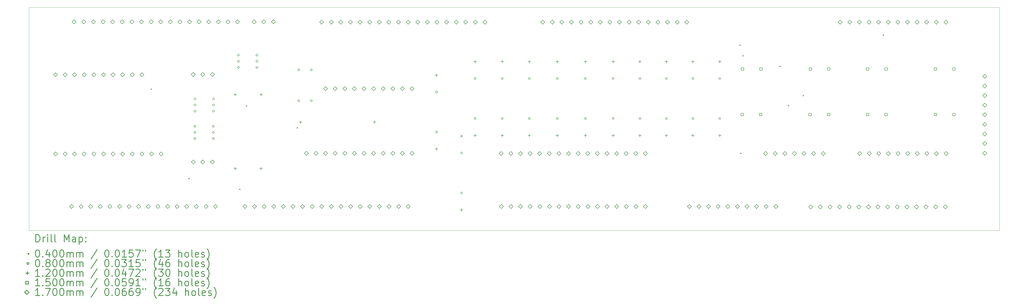
<source format=gbr>
%FSLAX45Y45*%
G04 Gerber Fmt 4.5, Leading zero omitted, Abs format (unit mm)*
G04 Created by KiCad (PCBNEW 5.1.12-84ad8e8a86~92~ubuntu20.04.1) date 2022-03-17 08:21:58*
%MOMM*%
%LPD*%
G01*
G04 APERTURE LIST*
%TA.AperFunction,Profile*%
%ADD10C,0.050000*%
%TD*%
%ADD11C,0.200000*%
%ADD12C,0.300000*%
G04 APERTURE END LIST*
D10*
X1524000Y-15938500D02*
X1524000Y-6731000D01*
X41529000Y-15938500D02*
X1524000Y-15938500D01*
X41529000Y-6731000D02*
X41529000Y-15938500D01*
X1524000Y-6731000D02*
X41529000Y-6731000D01*
D11*
X6552250Y-10082850D02*
X6592250Y-10122850D01*
X6592250Y-10082850D02*
X6552250Y-10122850D01*
X8108000Y-13778550D02*
X8148000Y-13818550D01*
X8148000Y-13778550D02*
X8108000Y-13818550D01*
X10197150Y-14216700D02*
X10237150Y-14256700D01*
X10237150Y-14216700D02*
X10197150Y-14256700D01*
X10476550Y-10781350D02*
X10516550Y-10821350D01*
X10516550Y-10781350D02*
X10476550Y-10821350D01*
X12565700Y-11676700D02*
X12605700Y-11716700D01*
X12605700Y-11676700D02*
X12565700Y-11716700D01*
X30815600Y-8273100D02*
X30855600Y-8313100D01*
X30855600Y-8273100D02*
X30815600Y-8313100D01*
X30847350Y-12730800D02*
X30887350Y-12770800D01*
X30887350Y-12730800D02*
X30847350Y-12770800D01*
X30936250Y-8704900D02*
X30976250Y-8744900D01*
X30976250Y-8704900D02*
X30936250Y-8744900D01*
X32466600Y-9143050D02*
X32506600Y-9183050D01*
X32506600Y-9143050D02*
X32466600Y-9183050D01*
X32809500Y-10762300D02*
X32849500Y-10802300D01*
X32849500Y-10762300D02*
X32809500Y-10802300D01*
X33420850Y-10347800D02*
X33460850Y-10387800D01*
X33460850Y-10347800D02*
X33420850Y-10387800D01*
X36721100Y-7847650D02*
X36761100Y-7887650D01*
X36761100Y-7847650D02*
X36721100Y-7887650D01*
X36721100Y-7847650D02*
X36761100Y-7887650D01*
X36761100Y-7847650D02*
X36721100Y-7887650D01*
X8402950Y-11633200D02*
G75*
G03*
X8402950Y-11633200I-40000J0D01*
G01*
X8402950Y-11887200D02*
G75*
G03*
X8402950Y-11887200I-40000J0D01*
G01*
X8402950Y-12141200D02*
G75*
G03*
X8402950Y-12141200I-40000J0D01*
G01*
X8409300Y-10502900D02*
G75*
G03*
X8409300Y-10502900I-40000J0D01*
G01*
X8409300Y-10756900D02*
G75*
G03*
X8409300Y-10756900I-40000J0D01*
G01*
X8409300Y-11010900D02*
G75*
G03*
X8409300Y-11010900I-40000J0D01*
G01*
X9164950Y-11633200D02*
G75*
G03*
X9164950Y-11633200I-40000J0D01*
G01*
X9164950Y-11887200D02*
G75*
G03*
X9164950Y-11887200I-40000J0D01*
G01*
X9164950Y-12141200D02*
G75*
G03*
X9164950Y-12141200I-40000J0D01*
G01*
X9171300Y-10502900D02*
G75*
G03*
X9171300Y-10502900I-40000J0D01*
G01*
X9171300Y-10756900D02*
G75*
G03*
X9171300Y-10756900I-40000J0D01*
G01*
X9171300Y-11010900D02*
G75*
G03*
X9171300Y-11010900I-40000J0D01*
G01*
X10200000Y-8699500D02*
G75*
G03*
X10200000Y-8699500I-40000J0D01*
G01*
X10200000Y-8953500D02*
G75*
G03*
X10200000Y-8953500I-40000J0D01*
G01*
X10200000Y-9207500D02*
G75*
G03*
X10200000Y-9207500I-40000J0D01*
G01*
X10962000Y-8699500D02*
G75*
G03*
X10962000Y-8699500I-40000J0D01*
G01*
X10962000Y-8953500D02*
G75*
G03*
X10962000Y-8953500I-40000J0D01*
G01*
X10962000Y-9207500D02*
G75*
G03*
X10962000Y-9207500I-40000J0D01*
G01*
X12682850Y-9309100D02*
G75*
G03*
X12682850Y-9309100I-40000J0D01*
G01*
X12682850Y-10579100D02*
G75*
G03*
X12682850Y-10579100I-40000J0D01*
G01*
X13203550Y-9309100D02*
G75*
G03*
X13203550Y-9309100I-40000J0D01*
G01*
X13203550Y-10579100D02*
G75*
G03*
X13203550Y-10579100I-40000J0D01*
G01*
X18366100Y-10225000D02*
G75*
G03*
X18366100Y-10225000I-40000J0D01*
G01*
X18366100Y-11873000D02*
G75*
G03*
X18366100Y-11873000I-40000J0D01*
G01*
X19394800Y-12739600D02*
G75*
G03*
X19394800Y-12739600I-40000J0D01*
G01*
X19394800Y-14387600D02*
G75*
G03*
X19394800Y-14387600I-40000J0D01*
G01*
X19953600Y-9666200D02*
G75*
G03*
X19953600Y-9666200I-40000J0D01*
G01*
X19953600Y-11314200D02*
G75*
G03*
X19953600Y-11314200I-40000J0D01*
G01*
X21071200Y-9666200D02*
G75*
G03*
X21071200Y-9666200I-40000J0D01*
G01*
X21071200Y-11314200D02*
G75*
G03*
X21071200Y-11314200I-40000J0D01*
G01*
X22188800Y-9666200D02*
G75*
G03*
X22188800Y-9666200I-40000J0D01*
G01*
X22188800Y-11314200D02*
G75*
G03*
X22188800Y-11314200I-40000J0D01*
G01*
X23344500Y-9666200D02*
G75*
G03*
X23344500Y-9666200I-40000J0D01*
G01*
X23344500Y-11314200D02*
G75*
G03*
X23344500Y-11314200I-40000J0D01*
G01*
X24500200Y-9666200D02*
G75*
G03*
X24500200Y-9666200I-40000J0D01*
G01*
X24500200Y-11314200D02*
G75*
G03*
X24500200Y-11314200I-40000J0D01*
G01*
X25643200Y-9666200D02*
G75*
G03*
X25643200Y-9666200I-40000J0D01*
G01*
X25643200Y-11314200D02*
G75*
G03*
X25643200Y-11314200I-40000J0D01*
G01*
X26748100Y-9666200D02*
G75*
G03*
X26748100Y-9666200I-40000J0D01*
G01*
X26748100Y-11314200D02*
G75*
G03*
X26748100Y-11314200I-40000J0D01*
G01*
X27840300Y-9666200D02*
G75*
G03*
X27840300Y-9666200I-40000J0D01*
G01*
X27840300Y-11314200D02*
G75*
G03*
X27840300Y-11314200I-40000J0D01*
G01*
X28932500Y-9666200D02*
G75*
G03*
X28932500Y-9666200I-40000J0D01*
G01*
X28932500Y-11314200D02*
G75*
G03*
X28932500Y-11314200I-40000J0D01*
G01*
X30037400Y-9666200D02*
G75*
G03*
X30037400Y-9666200I-40000J0D01*
G01*
X30037400Y-11314200D02*
G75*
G03*
X30037400Y-11314200I-40000J0D01*
G01*
X10026650Y-10271450D02*
X10026650Y-10391450D01*
X9966650Y-10331450D02*
X10086650Y-10331450D01*
X10026650Y-13319450D02*
X10026650Y-13439450D01*
X9966650Y-13379450D02*
X10086650Y-13379450D01*
X11093450Y-10271450D02*
X11093450Y-10391450D01*
X11033450Y-10331450D02*
X11153450Y-10331450D01*
X11093450Y-13319450D02*
X11093450Y-13439450D01*
X11033450Y-13379450D02*
X11153450Y-13379450D01*
X12719050Y-11408100D02*
X12719050Y-11528100D01*
X12659050Y-11468100D02*
X12779050Y-11468100D01*
X15767050Y-11408100D02*
X15767050Y-11528100D01*
X15707050Y-11468100D02*
X15827050Y-11468100D01*
X18326100Y-9465000D02*
X18326100Y-9585000D01*
X18266100Y-9525000D02*
X18386100Y-9525000D01*
X18326100Y-12513000D02*
X18326100Y-12633000D01*
X18266100Y-12573000D02*
X18386100Y-12573000D01*
X19354800Y-11979600D02*
X19354800Y-12099600D01*
X19294800Y-12039600D02*
X19414800Y-12039600D01*
X19354800Y-15027600D02*
X19354800Y-15147600D01*
X19294800Y-15087600D02*
X19414800Y-15087600D01*
X19913600Y-8906200D02*
X19913600Y-9026200D01*
X19853600Y-8966200D02*
X19973600Y-8966200D01*
X19913600Y-11954200D02*
X19913600Y-12074200D01*
X19853600Y-12014200D02*
X19973600Y-12014200D01*
X21031200Y-8906200D02*
X21031200Y-9026200D01*
X20971200Y-8966200D02*
X21091200Y-8966200D01*
X21031200Y-11954200D02*
X21031200Y-12074200D01*
X20971200Y-12014200D02*
X21091200Y-12014200D01*
X22148800Y-8906200D02*
X22148800Y-9026200D01*
X22088800Y-8966200D02*
X22208800Y-8966200D01*
X22148800Y-11954200D02*
X22148800Y-12074200D01*
X22088800Y-12014200D02*
X22208800Y-12014200D01*
X23304500Y-8906200D02*
X23304500Y-9026200D01*
X23244500Y-8966200D02*
X23364500Y-8966200D01*
X23304500Y-11954200D02*
X23304500Y-12074200D01*
X23244500Y-12014200D02*
X23364500Y-12014200D01*
X24460200Y-8906200D02*
X24460200Y-9026200D01*
X24400200Y-8966200D02*
X24520200Y-8966200D01*
X24460200Y-11954200D02*
X24460200Y-12074200D01*
X24400200Y-12014200D02*
X24520200Y-12014200D01*
X25603200Y-8906200D02*
X25603200Y-9026200D01*
X25543200Y-8966200D02*
X25663200Y-8966200D01*
X25603200Y-11954200D02*
X25603200Y-12074200D01*
X25543200Y-12014200D02*
X25663200Y-12014200D01*
X26708100Y-8906200D02*
X26708100Y-9026200D01*
X26648100Y-8966200D02*
X26768100Y-8966200D01*
X26708100Y-11954200D02*
X26708100Y-12074200D01*
X26648100Y-12014200D02*
X26768100Y-12014200D01*
X27800300Y-8906200D02*
X27800300Y-9026200D01*
X27740300Y-8966200D02*
X27860300Y-8966200D01*
X27800300Y-11954200D02*
X27800300Y-12074200D01*
X27740300Y-12014200D02*
X27860300Y-12014200D01*
X28892500Y-8906200D02*
X28892500Y-9026200D01*
X28832500Y-8966200D02*
X28952500Y-8966200D01*
X28892500Y-11954200D02*
X28892500Y-12074200D01*
X28832500Y-12014200D02*
X28952500Y-12014200D01*
X29997400Y-8906200D02*
X29997400Y-9026200D01*
X29937400Y-8966200D02*
X30057400Y-8966200D01*
X29997400Y-11954200D02*
X29997400Y-12074200D01*
X29937400Y-12014200D02*
X30057400Y-12014200D01*
X30973533Y-11203633D02*
X30973533Y-11097567D01*
X30867466Y-11097567D01*
X30867466Y-11203633D01*
X30973533Y-11203633D01*
X30986233Y-9324034D02*
X30986233Y-9217967D01*
X30880166Y-9217967D01*
X30880166Y-9324034D01*
X30986233Y-9324034D01*
X31735533Y-11203633D02*
X31735533Y-11097567D01*
X31629466Y-11097567D01*
X31629466Y-11203633D01*
X31735533Y-11203633D01*
X31748233Y-9324034D02*
X31748233Y-9217967D01*
X31642166Y-9217967D01*
X31642166Y-9324034D01*
X31748233Y-9324034D01*
X33771534Y-11203633D02*
X33771534Y-11097567D01*
X33665467Y-11097567D01*
X33665467Y-11203633D01*
X33771534Y-11203633D01*
X33784234Y-9324034D02*
X33784234Y-9217967D01*
X33678167Y-9217967D01*
X33678167Y-9324034D01*
X33784234Y-9324034D01*
X34533534Y-11203633D02*
X34533534Y-11097567D01*
X34427467Y-11097567D01*
X34427467Y-11203633D01*
X34533534Y-11203633D01*
X34546234Y-9324034D02*
X34546234Y-9217967D01*
X34440167Y-9217967D01*
X34440167Y-9324034D01*
X34546234Y-9324034D01*
X36144434Y-9324034D02*
X36144434Y-9217967D01*
X36038367Y-9217967D01*
X36038367Y-9324034D01*
X36144434Y-9324034D01*
X36144434Y-11203633D02*
X36144434Y-11097567D01*
X36038367Y-11097567D01*
X36038367Y-11203633D01*
X36144434Y-11203633D01*
X36906434Y-9324034D02*
X36906434Y-9217967D01*
X36800367Y-9217967D01*
X36800367Y-9324034D01*
X36906434Y-9324034D01*
X36906434Y-11203633D02*
X36906434Y-11097567D01*
X36800367Y-11097567D01*
X36800367Y-11203633D01*
X36906434Y-11203633D01*
X38942434Y-9324034D02*
X38942434Y-9217967D01*
X38836367Y-9217967D01*
X38836367Y-9324034D01*
X38942434Y-9324034D01*
X38942434Y-11203633D02*
X38942434Y-11097567D01*
X38836367Y-11097567D01*
X38836367Y-11203633D01*
X38942434Y-11203633D01*
X39704434Y-9324034D02*
X39704434Y-9217967D01*
X39598367Y-9217967D01*
X39598367Y-9324034D01*
X39704434Y-9324034D01*
X39704434Y-11203633D02*
X39704434Y-11097567D01*
X39598367Y-11097567D01*
X39598367Y-11203633D01*
X39704434Y-11203633D01*
X2616200Y-9597300D02*
X2701200Y-9512300D01*
X2616200Y-9427300D01*
X2531200Y-9512300D01*
X2616200Y-9597300D01*
X2616300Y-12861200D02*
X2701300Y-12776200D01*
X2616300Y-12691200D01*
X2531300Y-12776200D01*
X2616300Y-12861200D01*
X3012200Y-9597300D02*
X3097200Y-9512300D01*
X3012200Y-9427300D01*
X2927200Y-9512300D01*
X3012200Y-9597300D01*
X3012300Y-12861200D02*
X3097300Y-12776200D01*
X3012300Y-12691200D01*
X2927300Y-12776200D01*
X3012300Y-12861200D01*
X3276600Y-15032900D02*
X3361600Y-14947900D01*
X3276600Y-14862900D01*
X3191600Y-14947900D01*
X3276600Y-15032900D01*
X3390900Y-7412900D02*
X3475900Y-7327900D01*
X3390900Y-7242900D01*
X3305900Y-7327900D01*
X3390900Y-7412900D01*
X3408200Y-9597300D02*
X3493200Y-9512300D01*
X3408200Y-9427300D01*
X3323200Y-9512300D01*
X3408200Y-9597300D01*
X3408300Y-12861200D02*
X3493300Y-12776200D01*
X3408300Y-12691200D01*
X3323300Y-12776200D01*
X3408300Y-12861200D01*
X3672600Y-15032900D02*
X3757600Y-14947900D01*
X3672600Y-14862900D01*
X3587600Y-14947900D01*
X3672600Y-15032900D01*
X3786900Y-7412900D02*
X3871900Y-7327900D01*
X3786900Y-7242900D01*
X3701900Y-7327900D01*
X3786900Y-7412900D01*
X3804200Y-9597300D02*
X3889200Y-9512300D01*
X3804200Y-9427300D01*
X3719200Y-9512300D01*
X3804200Y-9597300D01*
X3804300Y-12861200D02*
X3889300Y-12776200D01*
X3804300Y-12691200D01*
X3719300Y-12776200D01*
X3804300Y-12861200D01*
X4068600Y-15032900D02*
X4153600Y-14947900D01*
X4068600Y-14862900D01*
X3983600Y-14947900D01*
X4068600Y-15032900D01*
X4182900Y-7412900D02*
X4267900Y-7327900D01*
X4182900Y-7242900D01*
X4097900Y-7327900D01*
X4182900Y-7412900D01*
X4200200Y-9597300D02*
X4285200Y-9512300D01*
X4200200Y-9427300D01*
X4115200Y-9512300D01*
X4200200Y-9597300D01*
X4200300Y-12861200D02*
X4285300Y-12776200D01*
X4200300Y-12691200D01*
X4115300Y-12776200D01*
X4200300Y-12861200D01*
X4464600Y-15032900D02*
X4549600Y-14947900D01*
X4464600Y-14862900D01*
X4379600Y-14947900D01*
X4464600Y-15032900D01*
X4578900Y-7412900D02*
X4663900Y-7327900D01*
X4578900Y-7242900D01*
X4493900Y-7327900D01*
X4578900Y-7412900D01*
X4596200Y-9597300D02*
X4681200Y-9512300D01*
X4596200Y-9427300D01*
X4511200Y-9512300D01*
X4596200Y-9597300D01*
X4596300Y-12861200D02*
X4681300Y-12776200D01*
X4596300Y-12691200D01*
X4511300Y-12776200D01*
X4596300Y-12861200D01*
X4860600Y-15032900D02*
X4945600Y-14947900D01*
X4860600Y-14862900D01*
X4775600Y-14947900D01*
X4860600Y-15032900D01*
X4974900Y-7412900D02*
X5059900Y-7327900D01*
X4974900Y-7242900D01*
X4889900Y-7327900D01*
X4974900Y-7412900D01*
X4992200Y-9597300D02*
X5077200Y-9512300D01*
X4992200Y-9427300D01*
X4907200Y-9512300D01*
X4992200Y-9597300D01*
X4992300Y-12861200D02*
X5077300Y-12776200D01*
X4992300Y-12691200D01*
X4907300Y-12776200D01*
X4992300Y-12861200D01*
X5256600Y-15032900D02*
X5341600Y-14947900D01*
X5256600Y-14862900D01*
X5171600Y-14947900D01*
X5256600Y-15032900D01*
X5370900Y-7412900D02*
X5455900Y-7327900D01*
X5370900Y-7242900D01*
X5285900Y-7327900D01*
X5370900Y-7412900D01*
X5388200Y-9597300D02*
X5473200Y-9512300D01*
X5388200Y-9427300D01*
X5303200Y-9512300D01*
X5388200Y-9597300D01*
X5388300Y-12861200D02*
X5473300Y-12776200D01*
X5388300Y-12691200D01*
X5303300Y-12776200D01*
X5388300Y-12861200D01*
X5652600Y-15032900D02*
X5737600Y-14947900D01*
X5652600Y-14862900D01*
X5567600Y-14947900D01*
X5652600Y-15032900D01*
X5766900Y-7412900D02*
X5851900Y-7327900D01*
X5766900Y-7242900D01*
X5681900Y-7327900D01*
X5766900Y-7412900D01*
X5784200Y-9597300D02*
X5869200Y-9512300D01*
X5784200Y-9427300D01*
X5699200Y-9512300D01*
X5784200Y-9597300D01*
X5784300Y-12861200D02*
X5869300Y-12776200D01*
X5784300Y-12691200D01*
X5699300Y-12776200D01*
X5784300Y-12861200D01*
X6048600Y-15032900D02*
X6133600Y-14947900D01*
X6048600Y-14862900D01*
X5963600Y-14947900D01*
X6048600Y-15032900D01*
X6162900Y-7412900D02*
X6247900Y-7327900D01*
X6162900Y-7242900D01*
X6077900Y-7327900D01*
X6162900Y-7412900D01*
X6180200Y-9597300D02*
X6265200Y-9512300D01*
X6180200Y-9427300D01*
X6095200Y-9512300D01*
X6180200Y-9597300D01*
X6180300Y-12861200D02*
X6265300Y-12776200D01*
X6180300Y-12691200D01*
X6095300Y-12776200D01*
X6180300Y-12861200D01*
X6444600Y-15032900D02*
X6529600Y-14947900D01*
X6444600Y-14862900D01*
X6359600Y-14947900D01*
X6444600Y-15032900D01*
X6558900Y-7412900D02*
X6643900Y-7327900D01*
X6558900Y-7242900D01*
X6473900Y-7327900D01*
X6558900Y-7412900D01*
X6576300Y-12861200D02*
X6661300Y-12776200D01*
X6576300Y-12691200D01*
X6491300Y-12776200D01*
X6576300Y-12861200D01*
X6840600Y-15032900D02*
X6925600Y-14947900D01*
X6840600Y-14862900D01*
X6755600Y-14947900D01*
X6840600Y-15032900D01*
X6954900Y-7412900D02*
X7039900Y-7327900D01*
X6954900Y-7242900D01*
X6869900Y-7327900D01*
X6954900Y-7412900D01*
X6972300Y-12861200D02*
X7057300Y-12776200D01*
X6972300Y-12691200D01*
X6887300Y-12776200D01*
X6972300Y-12861200D01*
X7236600Y-15032900D02*
X7321600Y-14947900D01*
X7236600Y-14862900D01*
X7151600Y-14947900D01*
X7236600Y-15032900D01*
X7350900Y-7412900D02*
X7435900Y-7327900D01*
X7350900Y-7242900D01*
X7265900Y-7327900D01*
X7350900Y-7412900D01*
X7632600Y-15032900D02*
X7717600Y-14947900D01*
X7632600Y-14862900D01*
X7547600Y-14947900D01*
X7632600Y-15032900D01*
X7746900Y-7412900D02*
X7831900Y-7327900D01*
X7746900Y-7242900D01*
X7661900Y-7327900D01*
X7746900Y-7412900D01*
X8028600Y-15032900D02*
X8113600Y-14947900D01*
X8028600Y-14862900D01*
X7943600Y-14947900D01*
X8028600Y-15032900D01*
X8142900Y-7412900D02*
X8227900Y-7327900D01*
X8142900Y-7242900D01*
X8057900Y-7327900D01*
X8142900Y-7412900D01*
X8294850Y-9584600D02*
X8379850Y-9499600D01*
X8294850Y-9414600D01*
X8209850Y-9499600D01*
X8294850Y-9584600D01*
X8294850Y-13191400D02*
X8379850Y-13106400D01*
X8294850Y-13021400D01*
X8209850Y-13106400D01*
X8294850Y-13191400D01*
X8424600Y-15032900D02*
X8509600Y-14947900D01*
X8424600Y-14862900D01*
X8339600Y-14947900D01*
X8424600Y-15032900D01*
X8538900Y-7412900D02*
X8623900Y-7327900D01*
X8538900Y-7242900D01*
X8453900Y-7327900D01*
X8538900Y-7412900D01*
X8690850Y-9584600D02*
X8775850Y-9499600D01*
X8690850Y-9414600D01*
X8605850Y-9499600D01*
X8690850Y-9584600D01*
X8690850Y-13191400D02*
X8775850Y-13106400D01*
X8690850Y-13021400D01*
X8605850Y-13106400D01*
X8690850Y-13191400D01*
X8820600Y-15032900D02*
X8905600Y-14947900D01*
X8820600Y-14862900D01*
X8735600Y-14947900D01*
X8820600Y-15032900D01*
X8934900Y-7412900D02*
X9019900Y-7327900D01*
X8934900Y-7242900D01*
X8849900Y-7327900D01*
X8934900Y-7412900D01*
X9086850Y-9584600D02*
X9171850Y-9499600D01*
X9086850Y-9414600D01*
X9001850Y-9499600D01*
X9086850Y-9584600D01*
X9086850Y-13191400D02*
X9171850Y-13106400D01*
X9086850Y-13021400D01*
X9001850Y-13106400D01*
X9086850Y-13191400D01*
X9216600Y-15032900D02*
X9301600Y-14947900D01*
X9216600Y-14862900D01*
X9131600Y-14947900D01*
X9216600Y-15032900D01*
X9330900Y-7412900D02*
X9415900Y-7327900D01*
X9330900Y-7242900D01*
X9245900Y-7327900D01*
X9330900Y-7412900D01*
X9726900Y-7412900D02*
X9811900Y-7327900D01*
X9726900Y-7242900D01*
X9641900Y-7327900D01*
X9726900Y-7412900D01*
X10122900Y-7412900D02*
X10207900Y-7327900D01*
X10122900Y-7242900D01*
X10037900Y-7327900D01*
X10122900Y-7412900D01*
X10425700Y-15032900D02*
X10510700Y-14947900D01*
X10425700Y-14862900D01*
X10340700Y-14947900D01*
X10425700Y-15032900D01*
X10807700Y-7412900D02*
X10892700Y-7327900D01*
X10807700Y-7242900D01*
X10722700Y-7327900D01*
X10807700Y-7412900D01*
X10821700Y-15032900D02*
X10906700Y-14947900D01*
X10821700Y-14862900D01*
X10736700Y-14947900D01*
X10821700Y-15032900D01*
X11203700Y-7412900D02*
X11288700Y-7327900D01*
X11203700Y-7242900D01*
X11118700Y-7327900D01*
X11203700Y-7412900D01*
X11217700Y-15032900D02*
X11302700Y-14947900D01*
X11217700Y-14862900D01*
X11132700Y-14947900D01*
X11217700Y-15032900D01*
X11599700Y-7412900D02*
X11684700Y-7327900D01*
X11599700Y-7242900D01*
X11514700Y-7327900D01*
X11599700Y-7412900D01*
X11613700Y-15032900D02*
X11698700Y-14947900D01*
X11613700Y-14862900D01*
X11528700Y-14947900D01*
X11613700Y-15032900D01*
X12009700Y-15032900D02*
X12094700Y-14947900D01*
X12009700Y-14862900D01*
X11924700Y-14947900D01*
X12009700Y-15032900D01*
X12405700Y-15032900D02*
X12490700Y-14947900D01*
X12405700Y-14862900D01*
X12320700Y-14947900D01*
X12405700Y-15032900D01*
X12801700Y-15032900D02*
X12886700Y-14947900D01*
X12801700Y-14862900D01*
X12716700Y-14947900D01*
X12801700Y-15032900D01*
X12960450Y-12835800D02*
X13045450Y-12750800D01*
X12960450Y-12665800D01*
X12875450Y-12750800D01*
X12960450Y-12835800D01*
X13197700Y-15032900D02*
X13282700Y-14947900D01*
X13197700Y-14862900D01*
X13112700Y-14947900D01*
X13197700Y-15032900D01*
X13356450Y-12835800D02*
X13441450Y-12750800D01*
X13356450Y-12665800D01*
X13271450Y-12750800D01*
X13356450Y-12835800D01*
X13589000Y-7425600D02*
X13674000Y-7340600D01*
X13589000Y-7255600D01*
X13504000Y-7340600D01*
X13589000Y-7425600D01*
X13593700Y-15032900D02*
X13678700Y-14947900D01*
X13593700Y-14862900D01*
X13508700Y-14947900D01*
X13593700Y-15032900D01*
X13752450Y-10168800D02*
X13837450Y-10083800D01*
X13752450Y-9998800D01*
X13667450Y-10083800D01*
X13752450Y-10168800D01*
X13752450Y-12835800D02*
X13837450Y-12750800D01*
X13752450Y-12665800D01*
X13667450Y-12750800D01*
X13752450Y-12835800D01*
X13985000Y-7425600D02*
X14070000Y-7340600D01*
X13985000Y-7255600D01*
X13900000Y-7340600D01*
X13985000Y-7425600D01*
X13989700Y-15032900D02*
X14074700Y-14947900D01*
X13989700Y-14862900D01*
X13904700Y-14947900D01*
X13989700Y-15032900D01*
X14148450Y-10168800D02*
X14233450Y-10083800D01*
X14148450Y-9998800D01*
X14063450Y-10083800D01*
X14148450Y-10168800D01*
X14148450Y-12835800D02*
X14233450Y-12750800D01*
X14148450Y-12665800D01*
X14063450Y-12750800D01*
X14148450Y-12835800D01*
X14381000Y-7425600D02*
X14466000Y-7340600D01*
X14381000Y-7255600D01*
X14296000Y-7340600D01*
X14381000Y-7425600D01*
X14385700Y-15032900D02*
X14470700Y-14947900D01*
X14385700Y-14862900D01*
X14300700Y-14947900D01*
X14385700Y-15032900D01*
X14544450Y-10168800D02*
X14629450Y-10083800D01*
X14544450Y-9998800D01*
X14459450Y-10083800D01*
X14544450Y-10168800D01*
X14544450Y-12835800D02*
X14629450Y-12750800D01*
X14544450Y-12665800D01*
X14459450Y-12750800D01*
X14544450Y-12835800D01*
X14777000Y-7425600D02*
X14862000Y-7340600D01*
X14777000Y-7255600D01*
X14692000Y-7340600D01*
X14777000Y-7425600D01*
X14781700Y-15032900D02*
X14866700Y-14947900D01*
X14781700Y-14862900D01*
X14696700Y-14947900D01*
X14781700Y-15032900D01*
X14940450Y-10168800D02*
X15025450Y-10083800D01*
X14940450Y-9998800D01*
X14855450Y-10083800D01*
X14940450Y-10168800D01*
X14940450Y-12835800D02*
X15025450Y-12750800D01*
X14940450Y-12665800D01*
X14855450Y-12750800D01*
X14940450Y-12835800D01*
X15173000Y-7425600D02*
X15258000Y-7340600D01*
X15173000Y-7255600D01*
X15088000Y-7340600D01*
X15173000Y-7425600D01*
X15177700Y-15032900D02*
X15262700Y-14947900D01*
X15177700Y-14862900D01*
X15092700Y-14947900D01*
X15177700Y-15032900D01*
X15336450Y-10168800D02*
X15421450Y-10083800D01*
X15336450Y-9998800D01*
X15251450Y-10083800D01*
X15336450Y-10168800D01*
X15336450Y-12835800D02*
X15421450Y-12750800D01*
X15336450Y-12665800D01*
X15251450Y-12750800D01*
X15336450Y-12835800D01*
X15569000Y-7425600D02*
X15654000Y-7340600D01*
X15569000Y-7255600D01*
X15484000Y-7340600D01*
X15569000Y-7425600D01*
X15573700Y-15032900D02*
X15658700Y-14947900D01*
X15573700Y-14862900D01*
X15488700Y-14947900D01*
X15573700Y-15032900D01*
X15732450Y-10168800D02*
X15817450Y-10083800D01*
X15732450Y-9998800D01*
X15647450Y-10083800D01*
X15732450Y-10168800D01*
X15732450Y-12835800D02*
X15817450Y-12750800D01*
X15732450Y-12665800D01*
X15647450Y-12750800D01*
X15732450Y-12835800D01*
X15965000Y-7425600D02*
X16050000Y-7340600D01*
X15965000Y-7255600D01*
X15880000Y-7340600D01*
X15965000Y-7425600D01*
X15969700Y-15032900D02*
X16054700Y-14947900D01*
X15969700Y-14862900D01*
X15884700Y-14947900D01*
X15969700Y-15032900D01*
X16128450Y-10168800D02*
X16213450Y-10083800D01*
X16128450Y-9998800D01*
X16043450Y-10083800D01*
X16128450Y-10168800D01*
X16128450Y-12835800D02*
X16213450Y-12750800D01*
X16128450Y-12665800D01*
X16043450Y-12750800D01*
X16128450Y-12835800D01*
X16361000Y-7425600D02*
X16446000Y-7340600D01*
X16361000Y-7255600D01*
X16276000Y-7340600D01*
X16361000Y-7425600D01*
X16365700Y-15032900D02*
X16450700Y-14947900D01*
X16365700Y-14862900D01*
X16280700Y-14947900D01*
X16365700Y-15032900D01*
X16524450Y-10168800D02*
X16609450Y-10083800D01*
X16524450Y-9998800D01*
X16439450Y-10083800D01*
X16524450Y-10168800D01*
X16524450Y-12835800D02*
X16609450Y-12750800D01*
X16524450Y-12665800D01*
X16439450Y-12750800D01*
X16524450Y-12835800D01*
X16757000Y-7425600D02*
X16842000Y-7340600D01*
X16757000Y-7255600D01*
X16672000Y-7340600D01*
X16757000Y-7425600D01*
X16761700Y-15032900D02*
X16846700Y-14947900D01*
X16761700Y-14862900D01*
X16676700Y-14947900D01*
X16761700Y-15032900D01*
X16920450Y-10168800D02*
X17005450Y-10083800D01*
X16920450Y-9998800D01*
X16835450Y-10083800D01*
X16920450Y-10168800D01*
X16920450Y-12835800D02*
X17005450Y-12750800D01*
X16920450Y-12665800D01*
X16835450Y-12750800D01*
X16920450Y-12835800D01*
X17153000Y-7425600D02*
X17238000Y-7340600D01*
X17153000Y-7255600D01*
X17068000Y-7340600D01*
X17153000Y-7425600D01*
X17157700Y-15032900D02*
X17242700Y-14947900D01*
X17157700Y-14862900D01*
X17072700Y-14947900D01*
X17157700Y-15032900D01*
X17316450Y-10168800D02*
X17401450Y-10083800D01*
X17316450Y-9998800D01*
X17231450Y-10083800D01*
X17316450Y-10168800D01*
X17316450Y-12835800D02*
X17401450Y-12750800D01*
X17316450Y-12665800D01*
X17231450Y-12750800D01*
X17316450Y-12835800D01*
X17549000Y-7425600D02*
X17634000Y-7340600D01*
X17549000Y-7255600D01*
X17464000Y-7340600D01*
X17549000Y-7425600D01*
X17945000Y-7425600D02*
X18030000Y-7340600D01*
X17945000Y-7255600D01*
X17860000Y-7340600D01*
X17945000Y-7425600D01*
X18341000Y-7425600D02*
X18426000Y-7340600D01*
X18341000Y-7255600D01*
X18256000Y-7340600D01*
X18341000Y-7425600D01*
X18737000Y-7425600D02*
X18822000Y-7340600D01*
X18737000Y-7255600D01*
X18652000Y-7340600D01*
X18737000Y-7425600D01*
X19133000Y-7425600D02*
X19218000Y-7340600D01*
X19133000Y-7255600D01*
X19048000Y-7340600D01*
X19133000Y-7425600D01*
X19529000Y-7425600D02*
X19614000Y-7340600D01*
X19529000Y-7255600D01*
X19444000Y-7340600D01*
X19529000Y-7425600D01*
X19925000Y-7425600D02*
X20010000Y-7340600D01*
X19925000Y-7255600D01*
X19840000Y-7340600D01*
X19925000Y-7425600D01*
X20321000Y-7425600D02*
X20406000Y-7340600D01*
X20321000Y-7255600D01*
X20236000Y-7340600D01*
X20321000Y-7425600D01*
X20993100Y-12848500D02*
X21078100Y-12763500D01*
X20993100Y-12678500D01*
X20908100Y-12763500D01*
X20993100Y-12848500D01*
X20996700Y-15032900D02*
X21081700Y-14947900D01*
X20996700Y-14862900D01*
X20911700Y-14947900D01*
X20996700Y-15032900D01*
X21389100Y-12848500D02*
X21474100Y-12763500D01*
X21389100Y-12678500D01*
X21304100Y-12763500D01*
X21389100Y-12848500D01*
X21392700Y-15032900D02*
X21477700Y-14947900D01*
X21392700Y-14862900D01*
X21307700Y-14947900D01*
X21392700Y-15032900D01*
X21785100Y-12848500D02*
X21870100Y-12763500D01*
X21785100Y-12678500D01*
X21700100Y-12763500D01*
X21785100Y-12848500D01*
X21788700Y-15032900D02*
X21873700Y-14947900D01*
X21788700Y-14862900D01*
X21703700Y-14947900D01*
X21788700Y-15032900D01*
X22181100Y-12848500D02*
X22266100Y-12763500D01*
X22181100Y-12678500D01*
X22096100Y-12763500D01*
X22181100Y-12848500D01*
X22184700Y-15032900D02*
X22269700Y-14947900D01*
X22184700Y-14862900D01*
X22099700Y-14947900D01*
X22184700Y-15032900D01*
X22577100Y-12848500D02*
X22662100Y-12763500D01*
X22577100Y-12678500D01*
X22492100Y-12763500D01*
X22577100Y-12848500D01*
X22580700Y-15032900D02*
X22665700Y-14947900D01*
X22580700Y-14862900D01*
X22495700Y-14947900D01*
X22580700Y-15032900D01*
X22698500Y-7425600D02*
X22783500Y-7340600D01*
X22698500Y-7255600D01*
X22613500Y-7340600D01*
X22698500Y-7425600D01*
X22973100Y-12848500D02*
X23058100Y-12763500D01*
X22973100Y-12678500D01*
X22888100Y-12763500D01*
X22973100Y-12848500D01*
X22976700Y-15032900D02*
X23061700Y-14947900D01*
X22976700Y-14862900D01*
X22891700Y-14947900D01*
X22976700Y-15032900D01*
X23094500Y-7425600D02*
X23179500Y-7340600D01*
X23094500Y-7255600D01*
X23009500Y-7340600D01*
X23094500Y-7425600D01*
X23369100Y-12848500D02*
X23454100Y-12763500D01*
X23369100Y-12678500D01*
X23284100Y-12763500D01*
X23369100Y-12848500D01*
X23372700Y-15032900D02*
X23457700Y-14947900D01*
X23372700Y-14862900D01*
X23287700Y-14947900D01*
X23372700Y-15032900D01*
X23490500Y-7425600D02*
X23575500Y-7340600D01*
X23490500Y-7255600D01*
X23405500Y-7340600D01*
X23490500Y-7425600D01*
X23765100Y-12848500D02*
X23850100Y-12763500D01*
X23765100Y-12678500D01*
X23680100Y-12763500D01*
X23765100Y-12848500D01*
X23768700Y-15032900D02*
X23853700Y-14947900D01*
X23768700Y-14862900D01*
X23683700Y-14947900D01*
X23768700Y-15032900D01*
X23886500Y-7425600D02*
X23971500Y-7340600D01*
X23886500Y-7255600D01*
X23801500Y-7340600D01*
X23886500Y-7425600D01*
X24161100Y-12848500D02*
X24246100Y-12763500D01*
X24161100Y-12678500D01*
X24076100Y-12763500D01*
X24161100Y-12848500D01*
X24164700Y-15032900D02*
X24249700Y-14947900D01*
X24164700Y-14862900D01*
X24079700Y-14947900D01*
X24164700Y-15032900D01*
X24282500Y-7425600D02*
X24367500Y-7340600D01*
X24282500Y-7255600D01*
X24197500Y-7340600D01*
X24282500Y-7425600D01*
X24557100Y-12848500D02*
X24642100Y-12763500D01*
X24557100Y-12678500D01*
X24472100Y-12763500D01*
X24557100Y-12848500D01*
X24560700Y-15032900D02*
X24645700Y-14947900D01*
X24560700Y-14862900D01*
X24475700Y-14947900D01*
X24560700Y-15032900D01*
X24678500Y-7425600D02*
X24763500Y-7340600D01*
X24678500Y-7255600D01*
X24593500Y-7340600D01*
X24678500Y-7425600D01*
X24953100Y-12848500D02*
X25038100Y-12763500D01*
X24953100Y-12678500D01*
X24868100Y-12763500D01*
X24953100Y-12848500D01*
X24956700Y-15032900D02*
X25041700Y-14947900D01*
X24956700Y-14862900D01*
X24871700Y-14947900D01*
X24956700Y-15032900D01*
X25074500Y-7425600D02*
X25159500Y-7340600D01*
X25074500Y-7255600D01*
X24989500Y-7340600D01*
X25074500Y-7425600D01*
X25349100Y-12848500D02*
X25434100Y-12763500D01*
X25349100Y-12678500D01*
X25264100Y-12763500D01*
X25349100Y-12848500D01*
X25352700Y-15032900D02*
X25437700Y-14947900D01*
X25352700Y-14862900D01*
X25267700Y-14947900D01*
X25352700Y-15032900D01*
X25470500Y-7425600D02*
X25555500Y-7340600D01*
X25470500Y-7255600D01*
X25385500Y-7340600D01*
X25470500Y-7425600D01*
X25745100Y-12848500D02*
X25830100Y-12763500D01*
X25745100Y-12678500D01*
X25660100Y-12763500D01*
X25745100Y-12848500D01*
X25748700Y-15032900D02*
X25833700Y-14947900D01*
X25748700Y-14862900D01*
X25663700Y-14947900D01*
X25748700Y-15032900D01*
X25866500Y-7425600D02*
X25951500Y-7340600D01*
X25866500Y-7255600D01*
X25781500Y-7340600D01*
X25866500Y-7425600D01*
X26141100Y-12848500D02*
X26226100Y-12763500D01*
X26141100Y-12678500D01*
X26056100Y-12763500D01*
X26141100Y-12848500D01*
X26144700Y-15032900D02*
X26229700Y-14947900D01*
X26144700Y-14862900D01*
X26059700Y-14947900D01*
X26144700Y-15032900D01*
X26262500Y-7425600D02*
X26347500Y-7340600D01*
X26262500Y-7255600D01*
X26177500Y-7340600D01*
X26262500Y-7425600D01*
X26537100Y-12848500D02*
X26622100Y-12763500D01*
X26537100Y-12678500D01*
X26452100Y-12763500D01*
X26537100Y-12848500D01*
X26540700Y-15032900D02*
X26625700Y-14947900D01*
X26540700Y-14862900D01*
X26455700Y-14947900D01*
X26540700Y-15032900D01*
X26658500Y-7425600D02*
X26743500Y-7340600D01*
X26658500Y-7255600D01*
X26573500Y-7340600D01*
X26658500Y-7425600D01*
X26933100Y-12848500D02*
X27018100Y-12763500D01*
X26933100Y-12678500D01*
X26848100Y-12763500D01*
X26933100Y-12848500D01*
X26936700Y-15032900D02*
X27021700Y-14947900D01*
X26936700Y-14862900D01*
X26851700Y-14947900D01*
X26936700Y-15032900D01*
X27054500Y-7425600D02*
X27139500Y-7340600D01*
X27054500Y-7255600D01*
X26969500Y-7340600D01*
X27054500Y-7425600D01*
X27450500Y-7425600D02*
X27535500Y-7340600D01*
X27450500Y-7255600D01*
X27365500Y-7340600D01*
X27450500Y-7425600D01*
X27846500Y-7425600D02*
X27931500Y-7340600D01*
X27846500Y-7255600D01*
X27761500Y-7340600D01*
X27846500Y-7425600D01*
X28242500Y-7425600D02*
X28327500Y-7340600D01*
X28242500Y-7255600D01*
X28157500Y-7340600D01*
X28242500Y-7425600D01*
X28638500Y-7425600D02*
X28723500Y-7340600D01*
X28638500Y-7255600D01*
X28553500Y-7340600D01*
X28638500Y-7425600D01*
X28744800Y-15032900D02*
X28829800Y-14947900D01*
X28744800Y-14862900D01*
X28659800Y-14947900D01*
X28744800Y-15032900D01*
X29140800Y-15032900D02*
X29225800Y-14947900D01*
X29140800Y-14862900D01*
X29055800Y-14947900D01*
X29140800Y-15032900D01*
X29536800Y-15032900D02*
X29621800Y-14947900D01*
X29536800Y-14862900D01*
X29451800Y-14947900D01*
X29536800Y-15032900D01*
X29932800Y-15032900D02*
X30017800Y-14947900D01*
X29932800Y-14862900D01*
X29847800Y-14947900D01*
X29932800Y-15032900D01*
X30328800Y-15032900D02*
X30413800Y-14947900D01*
X30328800Y-14862900D01*
X30243800Y-14947900D01*
X30328800Y-15032900D01*
X30724800Y-15032900D02*
X30809800Y-14947900D01*
X30724800Y-14862900D01*
X30639800Y-14947900D01*
X30724800Y-15032900D01*
X31120800Y-15032900D02*
X31205800Y-14947900D01*
X31120800Y-14862900D01*
X31035800Y-14947900D01*
X31120800Y-15032900D01*
X31516800Y-15032900D02*
X31601800Y-14947900D01*
X31516800Y-14862900D01*
X31431800Y-14947900D01*
X31516800Y-15032900D01*
X31888600Y-12848500D02*
X31973600Y-12763500D01*
X31888600Y-12678500D01*
X31803600Y-12763500D01*
X31888600Y-12848500D01*
X31912800Y-15032900D02*
X31997800Y-14947900D01*
X31912800Y-14862900D01*
X31827800Y-14947900D01*
X31912800Y-15032900D01*
X32284600Y-12848500D02*
X32369600Y-12763500D01*
X32284600Y-12678500D01*
X32199600Y-12763500D01*
X32284600Y-12848500D01*
X32308800Y-15032900D02*
X32393800Y-14947900D01*
X32308800Y-14862900D01*
X32223800Y-14947900D01*
X32308800Y-15032900D01*
X32680600Y-12848500D02*
X32765600Y-12763500D01*
X32680600Y-12678500D01*
X32595600Y-12763500D01*
X32680600Y-12848500D01*
X33076600Y-12848500D02*
X33161600Y-12763500D01*
X33076600Y-12678500D01*
X32991600Y-12763500D01*
X33076600Y-12848500D01*
X33472600Y-12848500D02*
X33557600Y-12763500D01*
X33472600Y-12678500D01*
X33387600Y-12763500D01*
X33472600Y-12848500D01*
X33749800Y-15045600D02*
X33834800Y-14960600D01*
X33749800Y-14875600D01*
X33664800Y-14960600D01*
X33749800Y-15045600D01*
X33868600Y-12848500D02*
X33953600Y-12763500D01*
X33868600Y-12678500D01*
X33783600Y-12763500D01*
X33868600Y-12848500D01*
X34145800Y-15045600D02*
X34230800Y-14960600D01*
X34145800Y-14875600D01*
X34060800Y-14960600D01*
X34145800Y-15045600D01*
X34264600Y-12848500D02*
X34349600Y-12763500D01*
X34264600Y-12678500D01*
X34179600Y-12763500D01*
X34264600Y-12848500D01*
X34541800Y-15045600D02*
X34626800Y-14960600D01*
X34541800Y-14875600D01*
X34456800Y-14960600D01*
X34541800Y-15045600D01*
X34937800Y-15045600D02*
X35022800Y-14960600D01*
X34937800Y-14875600D01*
X34852800Y-14960600D01*
X34937800Y-15045600D01*
X34963100Y-7425600D02*
X35048100Y-7340600D01*
X34963100Y-7255600D01*
X34878100Y-7340600D01*
X34963100Y-7425600D01*
X35333800Y-15045600D02*
X35418800Y-14960600D01*
X35333800Y-14875600D01*
X35248800Y-14960600D01*
X35333800Y-15045600D01*
X35359100Y-7425600D02*
X35444100Y-7340600D01*
X35359100Y-7255600D01*
X35274100Y-7340600D01*
X35359100Y-7425600D01*
X35729800Y-15045600D02*
X35814800Y-14960600D01*
X35729800Y-14875600D01*
X35644800Y-14960600D01*
X35729800Y-15045600D01*
X35755100Y-7425600D02*
X35840100Y-7340600D01*
X35755100Y-7255600D01*
X35670100Y-7340600D01*
X35755100Y-7425600D01*
X35763200Y-12848500D02*
X35848200Y-12763500D01*
X35763200Y-12678500D01*
X35678200Y-12763500D01*
X35763200Y-12848500D01*
X36125800Y-15045600D02*
X36210800Y-14960600D01*
X36125800Y-14875600D01*
X36040800Y-14960600D01*
X36125800Y-15045600D01*
X36151100Y-7425600D02*
X36236100Y-7340600D01*
X36151100Y-7255600D01*
X36066100Y-7340600D01*
X36151100Y-7425600D01*
X36159200Y-12848500D02*
X36244200Y-12763500D01*
X36159200Y-12678500D01*
X36074200Y-12763500D01*
X36159200Y-12848500D01*
X36521800Y-15045600D02*
X36606800Y-14960600D01*
X36521800Y-14875600D01*
X36436800Y-14960600D01*
X36521800Y-15045600D01*
X36547100Y-7425600D02*
X36632100Y-7340600D01*
X36547100Y-7255600D01*
X36462100Y-7340600D01*
X36547100Y-7425600D01*
X36555200Y-12848500D02*
X36640200Y-12763500D01*
X36555200Y-12678500D01*
X36470200Y-12763500D01*
X36555200Y-12848500D01*
X36917800Y-15045600D02*
X37002800Y-14960600D01*
X36917800Y-14875600D01*
X36832800Y-14960600D01*
X36917800Y-15045600D01*
X36943100Y-7425600D02*
X37028100Y-7340600D01*
X36943100Y-7255600D01*
X36858100Y-7340600D01*
X36943100Y-7425600D01*
X36951200Y-12848500D02*
X37036200Y-12763500D01*
X36951200Y-12678500D01*
X36866200Y-12763500D01*
X36951200Y-12848500D01*
X37313800Y-15045600D02*
X37398800Y-14960600D01*
X37313800Y-14875600D01*
X37228800Y-14960600D01*
X37313800Y-15045600D01*
X37339100Y-7425600D02*
X37424100Y-7340600D01*
X37339100Y-7255600D01*
X37254100Y-7340600D01*
X37339100Y-7425600D01*
X37347200Y-12848500D02*
X37432200Y-12763500D01*
X37347200Y-12678500D01*
X37262200Y-12763500D01*
X37347200Y-12848500D01*
X37709800Y-15045600D02*
X37794800Y-14960600D01*
X37709800Y-14875600D01*
X37624800Y-14960600D01*
X37709800Y-15045600D01*
X37735100Y-7425600D02*
X37820100Y-7340600D01*
X37735100Y-7255600D01*
X37650100Y-7340600D01*
X37735100Y-7425600D01*
X37743200Y-12848500D02*
X37828200Y-12763500D01*
X37743200Y-12678500D01*
X37658200Y-12763500D01*
X37743200Y-12848500D01*
X38105800Y-15045600D02*
X38190800Y-14960600D01*
X38105800Y-14875600D01*
X38020800Y-14960600D01*
X38105800Y-15045600D01*
X38131100Y-7425600D02*
X38216100Y-7340600D01*
X38131100Y-7255600D01*
X38046100Y-7340600D01*
X38131100Y-7425600D01*
X38139200Y-12848500D02*
X38224200Y-12763500D01*
X38139200Y-12678500D01*
X38054200Y-12763500D01*
X38139200Y-12848500D01*
X38501800Y-15045600D02*
X38586800Y-14960600D01*
X38501800Y-14875600D01*
X38416800Y-14960600D01*
X38501800Y-15045600D01*
X38527100Y-7425600D02*
X38612100Y-7340600D01*
X38527100Y-7255600D01*
X38442100Y-7340600D01*
X38527100Y-7425600D01*
X38535200Y-12848500D02*
X38620200Y-12763500D01*
X38535200Y-12678500D01*
X38450200Y-12763500D01*
X38535200Y-12848500D01*
X38897800Y-15045600D02*
X38982800Y-14960600D01*
X38897800Y-14875600D01*
X38812800Y-14960600D01*
X38897800Y-15045600D01*
X38923100Y-7425600D02*
X39008100Y-7340600D01*
X38923100Y-7255600D01*
X38838100Y-7340600D01*
X38923100Y-7425600D01*
X38931200Y-12848500D02*
X39016200Y-12763500D01*
X38931200Y-12678500D01*
X38846200Y-12763500D01*
X38931200Y-12848500D01*
X39293800Y-15045600D02*
X39378800Y-14960600D01*
X39293800Y-14875600D01*
X39208800Y-14960600D01*
X39293800Y-15045600D01*
X39319100Y-7425600D02*
X39404100Y-7340600D01*
X39319100Y-7255600D01*
X39234100Y-7340600D01*
X39319100Y-7425600D01*
X39327200Y-12848500D02*
X39412200Y-12763500D01*
X39327200Y-12678500D01*
X39242200Y-12763500D01*
X39327200Y-12848500D01*
X40919400Y-9660800D02*
X41004400Y-9575800D01*
X40919400Y-9490800D01*
X40834400Y-9575800D01*
X40919400Y-9660800D01*
X40919400Y-10056800D02*
X41004400Y-9971800D01*
X40919400Y-9886800D01*
X40834400Y-9971800D01*
X40919400Y-10056800D01*
X40919400Y-10452800D02*
X41004400Y-10367800D01*
X40919400Y-10282800D01*
X40834400Y-10367800D01*
X40919400Y-10452800D01*
X40919400Y-10848800D02*
X41004400Y-10763800D01*
X40919400Y-10678800D01*
X40834400Y-10763800D01*
X40919400Y-10848800D01*
X40919400Y-11244800D02*
X41004400Y-11159800D01*
X40919400Y-11074800D01*
X40834400Y-11159800D01*
X40919400Y-11244800D01*
X40919400Y-11640800D02*
X41004400Y-11555800D01*
X40919400Y-11470800D01*
X40834400Y-11555800D01*
X40919400Y-11640800D01*
X40919400Y-12036800D02*
X41004400Y-11951800D01*
X40919400Y-11866800D01*
X40834400Y-11951800D01*
X40919400Y-12036800D01*
X40919400Y-12432800D02*
X41004400Y-12347800D01*
X40919400Y-12262800D01*
X40834400Y-12347800D01*
X40919400Y-12432800D01*
X40919400Y-12828800D02*
X41004400Y-12743800D01*
X40919400Y-12658800D01*
X40834400Y-12743800D01*
X40919400Y-12828800D01*
D12*
X1807928Y-16406714D02*
X1807928Y-16106714D01*
X1879357Y-16106714D01*
X1922214Y-16121000D01*
X1950786Y-16149571D01*
X1965071Y-16178143D01*
X1979357Y-16235286D01*
X1979357Y-16278143D01*
X1965071Y-16335286D01*
X1950786Y-16363857D01*
X1922214Y-16392429D01*
X1879357Y-16406714D01*
X1807928Y-16406714D01*
X2107928Y-16406714D02*
X2107928Y-16206714D01*
X2107928Y-16263857D02*
X2122214Y-16235286D01*
X2136500Y-16221000D01*
X2165071Y-16206714D01*
X2193643Y-16206714D01*
X2293643Y-16406714D02*
X2293643Y-16206714D01*
X2293643Y-16106714D02*
X2279357Y-16121000D01*
X2293643Y-16135286D01*
X2307928Y-16121000D01*
X2293643Y-16106714D01*
X2293643Y-16135286D01*
X2479357Y-16406714D02*
X2450786Y-16392429D01*
X2436500Y-16363857D01*
X2436500Y-16106714D01*
X2636500Y-16406714D02*
X2607928Y-16392429D01*
X2593643Y-16363857D01*
X2593643Y-16106714D01*
X2979357Y-16406714D02*
X2979357Y-16106714D01*
X3079357Y-16321000D01*
X3179357Y-16106714D01*
X3179357Y-16406714D01*
X3450786Y-16406714D02*
X3450786Y-16249571D01*
X3436500Y-16221000D01*
X3407928Y-16206714D01*
X3350786Y-16206714D01*
X3322214Y-16221000D01*
X3450786Y-16392429D02*
X3422214Y-16406714D01*
X3350786Y-16406714D01*
X3322214Y-16392429D01*
X3307928Y-16363857D01*
X3307928Y-16335286D01*
X3322214Y-16306714D01*
X3350786Y-16292429D01*
X3422214Y-16292429D01*
X3450786Y-16278143D01*
X3593643Y-16206714D02*
X3593643Y-16506714D01*
X3593643Y-16221000D02*
X3622214Y-16206714D01*
X3679357Y-16206714D01*
X3707928Y-16221000D01*
X3722214Y-16235286D01*
X3736500Y-16263857D01*
X3736500Y-16349571D01*
X3722214Y-16378143D01*
X3707928Y-16392429D01*
X3679357Y-16406714D01*
X3622214Y-16406714D01*
X3593643Y-16392429D01*
X3865071Y-16378143D02*
X3879357Y-16392429D01*
X3865071Y-16406714D01*
X3850786Y-16392429D01*
X3865071Y-16378143D01*
X3865071Y-16406714D01*
X3865071Y-16221000D02*
X3879357Y-16235286D01*
X3865071Y-16249571D01*
X3850786Y-16235286D01*
X3865071Y-16221000D01*
X3865071Y-16249571D01*
X1481500Y-16881000D02*
X1521500Y-16921000D01*
X1521500Y-16881000D02*
X1481500Y-16921000D01*
X1865071Y-16736714D02*
X1893643Y-16736714D01*
X1922214Y-16751000D01*
X1936500Y-16765286D01*
X1950786Y-16793857D01*
X1965071Y-16851000D01*
X1965071Y-16922429D01*
X1950786Y-16979572D01*
X1936500Y-17008143D01*
X1922214Y-17022429D01*
X1893643Y-17036714D01*
X1865071Y-17036714D01*
X1836500Y-17022429D01*
X1822214Y-17008143D01*
X1807928Y-16979572D01*
X1793643Y-16922429D01*
X1793643Y-16851000D01*
X1807928Y-16793857D01*
X1822214Y-16765286D01*
X1836500Y-16751000D01*
X1865071Y-16736714D01*
X2093643Y-17008143D02*
X2107928Y-17022429D01*
X2093643Y-17036714D01*
X2079357Y-17022429D01*
X2093643Y-17008143D01*
X2093643Y-17036714D01*
X2365071Y-16836714D02*
X2365071Y-17036714D01*
X2293643Y-16722429D02*
X2222214Y-16936714D01*
X2407928Y-16936714D01*
X2579357Y-16736714D02*
X2607928Y-16736714D01*
X2636500Y-16751000D01*
X2650786Y-16765286D01*
X2665071Y-16793857D01*
X2679357Y-16851000D01*
X2679357Y-16922429D01*
X2665071Y-16979572D01*
X2650786Y-17008143D01*
X2636500Y-17022429D01*
X2607928Y-17036714D01*
X2579357Y-17036714D01*
X2550786Y-17022429D01*
X2536500Y-17008143D01*
X2522214Y-16979572D01*
X2507928Y-16922429D01*
X2507928Y-16851000D01*
X2522214Y-16793857D01*
X2536500Y-16765286D01*
X2550786Y-16751000D01*
X2579357Y-16736714D01*
X2865071Y-16736714D02*
X2893643Y-16736714D01*
X2922214Y-16751000D01*
X2936500Y-16765286D01*
X2950786Y-16793857D01*
X2965071Y-16851000D01*
X2965071Y-16922429D01*
X2950786Y-16979572D01*
X2936500Y-17008143D01*
X2922214Y-17022429D01*
X2893643Y-17036714D01*
X2865071Y-17036714D01*
X2836500Y-17022429D01*
X2822214Y-17008143D01*
X2807928Y-16979572D01*
X2793643Y-16922429D01*
X2793643Y-16851000D01*
X2807928Y-16793857D01*
X2822214Y-16765286D01*
X2836500Y-16751000D01*
X2865071Y-16736714D01*
X3093643Y-17036714D02*
X3093643Y-16836714D01*
X3093643Y-16865286D02*
X3107928Y-16851000D01*
X3136500Y-16836714D01*
X3179357Y-16836714D01*
X3207928Y-16851000D01*
X3222214Y-16879572D01*
X3222214Y-17036714D01*
X3222214Y-16879572D02*
X3236500Y-16851000D01*
X3265071Y-16836714D01*
X3307928Y-16836714D01*
X3336500Y-16851000D01*
X3350786Y-16879572D01*
X3350786Y-17036714D01*
X3493643Y-17036714D02*
X3493643Y-16836714D01*
X3493643Y-16865286D02*
X3507928Y-16851000D01*
X3536500Y-16836714D01*
X3579357Y-16836714D01*
X3607928Y-16851000D01*
X3622214Y-16879572D01*
X3622214Y-17036714D01*
X3622214Y-16879572D02*
X3636500Y-16851000D01*
X3665071Y-16836714D01*
X3707928Y-16836714D01*
X3736500Y-16851000D01*
X3750786Y-16879572D01*
X3750786Y-17036714D01*
X4336500Y-16722429D02*
X4079357Y-17108143D01*
X4722214Y-16736714D02*
X4750786Y-16736714D01*
X4779357Y-16751000D01*
X4793643Y-16765286D01*
X4807928Y-16793857D01*
X4822214Y-16851000D01*
X4822214Y-16922429D01*
X4807928Y-16979572D01*
X4793643Y-17008143D01*
X4779357Y-17022429D01*
X4750786Y-17036714D01*
X4722214Y-17036714D01*
X4693643Y-17022429D01*
X4679357Y-17008143D01*
X4665071Y-16979572D01*
X4650786Y-16922429D01*
X4650786Y-16851000D01*
X4665071Y-16793857D01*
X4679357Y-16765286D01*
X4693643Y-16751000D01*
X4722214Y-16736714D01*
X4950786Y-17008143D02*
X4965071Y-17022429D01*
X4950786Y-17036714D01*
X4936500Y-17022429D01*
X4950786Y-17008143D01*
X4950786Y-17036714D01*
X5150786Y-16736714D02*
X5179357Y-16736714D01*
X5207928Y-16751000D01*
X5222214Y-16765286D01*
X5236500Y-16793857D01*
X5250786Y-16851000D01*
X5250786Y-16922429D01*
X5236500Y-16979572D01*
X5222214Y-17008143D01*
X5207928Y-17022429D01*
X5179357Y-17036714D01*
X5150786Y-17036714D01*
X5122214Y-17022429D01*
X5107928Y-17008143D01*
X5093643Y-16979572D01*
X5079357Y-16922429D01*
X5079357Y-16851000D01*
X5093643Y-16793857D01*
X5107928Y-16765286D01*
X5122214Y-16751000D01*
X5150786Y-16736714D01*
X5536500Y-17036714D02*
X5365071Y-17036714D01*
X5450786Y-17036714D02*
X5450786Y-16736714D01*
X5422214Y-16779572D01*
X5393643Y-16808143D01*
X5365071Y-16822429D01*
X5807928Y-16736714D02*
X5665071Y-16736714D01*
X5650786Y-16879572D01*
X5665071Y-16865286D01*
X5693643Y-16851000D01*
X5765071Y-16851000D01*
X5793643Y-16865286D01*
X5807928Y-16879572D01*
X5822214Y-16908143D01*
X5822214Y-16979572D01*
X5807928Y-17008143D01*
X5793643Y-17022429D01*
X5765071Y-17036714D01*
X5693643Y-17036714D01*
X5665071Y-17022429D01*
X5650786Y-17008143D01*
X5922214Y-16736714D02*
X6122214Y-16736714D01*
X5993643Y-17036714D01*
X6222214Y-16736714D02*
X6222214Y-16793857D01*
X6336500Y-16736714D02*
X6336500Y-16793857D01*
X6779357Y-17151000D02*
X6765071Y-17136714D01*
X6736500Y-17093857D01*
X6722214Y-17065286D01*
X6707928Y-17022429D01*
X6693643Y-16951000D01*
X6693643Y-16893857D01*
X6707928Y-16822429D01*
X6722214Y-16779572D01*
X6736500Y-16751000D01*
X6765071Y-16708143D01*
X6779357Y-16693857D01*
X7050786Y-17036714D02*
X6879357Y-17036714D01*
X6965071Y-17036714D02*
X6965071Y-16736714D01*
X6936500Y-16779572D01*
X6907928Y-16808143D01*
X6879357Y-16822429D01*
X7150786Y-16736714D02*
X7336500Y-16736714D01*
X7236500Y-16851000D01*
X7279357Y-16851000D01*
X7307928Y-16865286D01*
X7322214Y-16879572D01*
X7336500Y-16908143D01*
X7336500Y-16979572D01*
X7322214Y-17008143D01*
X7307928Y-17022429D01*
X7279357Y-17036714D01*
X7193643Y-17036714D01*
X7165071Y-17022429D01*
X7150786Y-17008143D01*
X7693643Y-17036714D02*
X7693643Y-16736714D01*
X7822214Y-17036714D02*
X7822214Y-16879572D01*
X7807928Y-16851000D01*
X7779357Y-16836714D01*
X7736500Y-16836714D01*
X7707928Y-16851000D01*
X7693643Y-16865286D01*
X8007928Y-17036714D02*
X7979357Y-17022429D01*
X7965071Y-17008143D01*
X7950786Y-16979572D01*
X7950786Y-16893857D01*
X7965071Y-16865286D01*
X7979357Y-16851000D01*
X8007928Y-16836714D01*
X8050786Y-16836714D01*
X8079357Y-16851000D01*
X8093643Y-16865286D01*
X8107928Y-16893857D01*
X8107928Y-16979572D01*
X8093643Y-17008143D01*
X8079357Y-17022429D01*
X8050786Y-17036714D01*
X8007928Y-17036714D01*
X8279357Y-17036714D02*
X8250786Y-17022429D01*
X8236500Y-16993857D01*
X8236500Y-16736714D01*
X8507928Y-17022429D02*
X8479357Y-17036714D01*
X8422214Y-17036714D01*
X8393643Y-17022429D01*
X8379357Y-16993857D01*
X8379357Y-16879572D01*
X8393643Y-16851000D01*
X8422214Y-16836714D01*
X8479357Y-16836714D01*
X8507928Y-16851000D01*
X8522214Y-16879572D01*
X8522214Y-16908143D01*
X8379357Y-16936714D01*
X8636500Y-17022429D02*
X8665071Y-17036714D01*
X8722214Y-17036714D01*
X8750786Y-17022429D01*
X8765071Y-16993857D01*
X8765071Y-16979572D01*
X8750786Y-16951000D01*
X8722214Y-16936714D01*
X8679357Y-16936714D01*
X8650786Y-16922429D01*
X8636500Y-16893857D01*
X8636500Y-16879572D01*
X8650786Y-16851000D01*
X8679357Y-16836714D01*
X8722214Y-16836714D01*
X8750786Y-16851000D01*
X8865071Y-17151000D02*
X8879357Y-17136714D01*
X8907928Y-17093857D01*
X8922214Y-17065286D01*
X8936500Y-17022429D01*
X8950786Y-16951000D01*
X8950786Y-16893857D01*
X8936500Y-16822429D01*
X8922214Y-16779572D01*
X8907928Y-16751000D01*
X8879357Y-16708143D01*
X8865071Y-16693857D01*
X1521500Y-17297000D02*
G75*
G03*
X1521500Y-17297000I-40000J0D01*
G01*
X1865071Y-17132714D02*
X1893643Y-17132714D01*
X1922214Y-17147000D01*
X1936500Y-17161286D01*
X1950786Y-17189857D01*
X1965071Y-17247000D01*
X1965071Y-17318429D01*
X1950786Y-17375572D01*
X1936500Y-17404143D01*
X1922214Y-17418429D01*
X1893643Y-17432714D01*
X1865071Y-17432714D01*
X1836500Y-17418429D01*
X1822214Y-17404143D01*
X1807928Y-17375572D01*
X1793643Y-17318429D01*
X1793643Y-17247000D01*
X1807928Y-17189857D01*
X1822214Y-17161286D01*
X1836500Y-17147000D01*
X1865071Y-17132714D01*
X2093643Y-17404143D02*
X2107928Y-17418429D01*
X2093643Y-17432714D01*
X2079357Y-17418429D01*
X2093643Y-17404143D01*
X2093643Y-17432714D01*
X2279357Y-17261286D02*
X2250786Y-17247000D01*
X2236500Y-17232714D01*
X2222214Y-17204143D01*
X2222214Y-17189857D01*
X2236500Y-17161286D01*
X2250786Y-17147000D01*
X2279357Y-17132714D01*
X2336500Y-17132714D01*
X2365071Y-17147000D01*
X2379357Y-17161286D01*
X2393643Y-17189857D01*
X2393643Y-17204143D01*
X2379357Y-17232714D01*
X2365071Y-17247000D01*
X2336500Y-17261286D01*
X2279357Y-17261286D01*
X2250786Y-17275572D01*
X2236500Y-17289857D01*
X2222214Y-17318429D01*
X2222214Y-17375572D01*
X2236500Y-17404143D01*
X2250786Y-17418429D01*
X2279357Y-17432714D01*
X2336500Y-17432714D01*
X2365071Y-17418429D01*
X2379357Y-17404143D01*
X2393643Y-17375572D01*
X2393643Y-17318429D01*
X2379357Y-17289857D01*
X2365071Y-17275572D01*
X2336500Y-17261286D01*
X2579357Y-17132714D02*
X2607928Y-17132714D01*
X2636500Y-17147000D01*
X2650786Y-17161286D01*
X2665071Y-17189857D01*
X2679357Y-17247000D01*
X2679357Y-17318429D01*
X2665071Y-17375572D01*
X2650786Y-17404143D01*
X2636500Y-17418429D01*
X2607928Y-17432714D01*
X2579357Y-17432714D01*
X2550786Y-17418429D01*
X2536500Y-17404143D01*
X2522214Y-17375572D01*
X2507928Y-17318429D01*
X2507928Y-17247000D01*
X2522214Y-17189857D01*
X2536500Y-17161286D01*
X2550786Y-17147000D01*
X2579357Y-17132714D01*
X2865071Y-17132714D02*
X2893643Y-17132714D01*
X2922214Y-17147000D01*
X2936500Y-17161286D01*
X2950786Y-17189857D01*
X2965071Y-17247000D01*
X2965071Y-17318429D01*
X2950786Y-17375572D01*
X2936500Y-17404143D01*
X2922214Y-17418429D01*
X2893643Y-17432714D01*
X2865071Y-17432714D01*
X2836500Y-17418429D01*
X2822214Y-17404143D01*
X2807928Y-17375572D01*
X2793643Y-17318429D01*
X2793643Y-17247000D01*
X2807928Y-17189857D01*
X2822214Y-17161286D01*
X2836500Y-17147000D01*
X2865071Y-17132714D01*
X3093643Y-17432714D02*
X3093643Y-17232714D01*
X3093643Y-17261286D02*
X3107928Y-17247000D01*
X3136500Y-17232714D01*
X3179357Y-17232714D01*
X3207928Y-17247000D01*
X3222214Y-17275572D01*
X3222214Y-17432714D01*
X3222214Y-17275572D02*
X3236500Y-17247000D01*
X3265071Y-17232714D01*
X3307928Y-17232714D01*
X3336500Y-17247000D01*
X3350786Y-17275572D01*
X3350786Y-17432714D01*
X3493643Y-17432714D02*
X3493643Y-17232714D01*
X3493643Y-17261286D02*
X3507928Y-17247000D01*
X3536500Y-17232714D01*
X3579357Y-17232714D01*
X3607928Y-17247000D01*
X3622214Y-17275572D01*
X3622214Y-17432714D01*
X3622214Y-17275572D02*
X3636500Y-17247000D01*
X3665071Y-17232714D01*
X3707928Y-17232714D01*
X3736500Y-17247000D01*
X3750786Y-17275572D01*
X3750786Y-17432714D01*
X4336500Y-17118429D02*
X4079357Y-17504143D01*
X4722214Y-17132714D02*
X4750786Y-17132714D01*
X4779357Y-17147000D01*
X4793643Y-17161286D01*
X4807928Y-17189857D01*
X4822214Y-17247000D01*
X4822214Y-17318429D01*
X4807928Y-17375572D01*
X4793643Y-17404143D01*
X4779357Y-17418429D01*
X4750786Y-17432714D01*
X4722214Y-17432714D01*
X4693643Y-17418429D01*
X4679357Y-17404143D01*
X4665071Y-17375572D01*
X4650786Y-17318429D01*
X4650786Y-17247000D01*
X4665071Y-17189857D01*
X4679357Y-17161286D01*
X4693643Y-17147000D01*
X4722214Y-17132714D01*
X4950786Y-17404143D02*
X4965071Y-17418429D01*
X4950786Y-17432714D01*
X4936500Y-17418429D01*
X4950786Y-17404143D01*
X4950786Y-17432714D01*
X5150786Y-17132714D02*
X5179357Y-17132714D01*
X5207928Y-17147000D01*
X5222214Y-17161286D01*
X5236500Y-17189857D01*
X5250786Y-17247000D01*
X5250786Y-17318429D01*
X5236500Y-17375572D01*
X5222214Y-17404143D01*
X5207928Y-17418429D01*
X5179357Y-17432714D01*
X5150786Y-17432714D01*
X5122214Y-17418429D01*
X5107928Y-17404143D01*
X5093643Y-17375572D01*
X5079357Y-17318429D01*
X5079357Y-17247000D01*
X5093643Y-17189857D01*
X5107928Y-17161286D01*
X5122214Y-17147000D01*
X5150786Y-17132714D01*
X5350786Y-17132714D02*
X5536500Y-17132714D01*
X5436500Y-17247000D01*
X5479357Y-17247000D01*
X5507928Y-17261286D01*
X5522214Y-17275572D01*
X5536500Y-17304143D01*
X5536500Y-17375572D01*
X5522214Y-17404143D01*
X5507928Y-17418429D01*
X5479357Y-17432714D01*
X5393643Y-17432714D01*
X5365071Y-17418429D01*
X5350786Y-17404143D01*
X5822214Y-17432714D02*
X5650786Y-17432714D01*
X5736500Y-17432714D02*
X5736500Y-17132714D01*
X5707928Y-17175572D01*
X5679357Y-17204143D01*
X5650786Y-17218429D01*
X6093643Y-17132714D02*
X5950786Y-17132714D01*
X5936500Y-17275572D01*
X5950786Y-17261286D01*
X5979357Y-17247000D01*
X6050786Y-17247000D01*
X6079357Y-17261286D01*
X6093643Y-17275572D01*
X6107928Y-17304143D01*
X6107928Y-17375572D01*
X6093643Y-17404143D01*
X6079357Y-17418429D01*
X6050786Y-17432714D01*
X5979357Y-17432714D01*
X5950786Y-17418429D01*
X5936500Y-17404143D01*
X6222214Y-17132714D02*
X6222214Y-17189857D01*
X6336500Y-17132714D02*
X6336500Y-17189857D01*
X6779357Y-17547000D02*
X6765071Y-17532714D01*
X6736500Y-17489857D01*
X6722214Y-17461286D01*
X6707928Y-17418429D01*
X6693643Y-17347000D01*
X6693643Y-17289857D01*
X6707928Y-17218429D01*
X6722214Y-17175572D01*
X6736500Y-17147000D01*
X6765071Y-17104143D01*
X6779357Y-17089857D01*
X7022214Y-17232714D02*
X7022214Y-17432714D01*
X6950786Y-17118429D02*
X6879357Y-17332714D01*
X7065071Y-17332714D01*
X7307928Y-17132714D02*
X7250786Y-17132714D01*
X7222214Y-17147000D01*
X7207928Y-17161286D01*
X7179357Y-17204143D01*
X7165071Y-17261286D01*
X7165071Y-17375572D01*
X7179357Y-17404143D01*
X7193643Y-17418429D01*
X7222214Y-17432714D01*
X7279357Y-17432714D01*
X7307928Y-17418429D01*
X7322214Y-17404143D01*
X7336500Y-17375572D01*
X7336500Y-17304143D01*
X7322214Y-17275572D01*
X7307928Y-17261286D01*
X7279357Y-17247000D01*
X7222214Y-17247000D01*
X7193643Y-17261286D01*
X7179357Y-17275572D01*
X7165071Y-17304143D01*
X7693643Y-17432714D02*
X7693643Y-17132714D01*
X7822214Y-17432714D02*
X7822214Y-17275572D01*
X7807928Y-17247000D01*
X7779357Y-17232714D01*
X7736500Y-17232714D01*
X7707928Y-17247000D01*
X7693643Y-17261286D01*
X8007928Y-17432714D02*
X7979357Y-17418429D01*
X7965071Y-17404143D01*
X7950786Y-17375572D01*
X7950786Y-17289857D01*
X7965071Y-17261286D01*
X7979357Y-17247000D01*
X8007928Y-17232714D01*
X8050786Y-17232714D01*
X8079357Y-17247000D01*
X8093643Y-17261286D01*
X8107928Y-17289857D01*
X8107928Y-17375572D01*
X8093643Y-17404143D01*
X8079357Y-17418429D01*
X8050786Y-17432714D01*
X8007928Y-17432714D01*
X8279357Y-17432714D02*
X8250786Y-17418429D01*
X8236500Y-17389857D01*
X8236500Y-17132714D01*
X8507928Y-17418429D02*
X8479357Y-17432714D01*
X8422214Y-17432714D01*
X8393643Y-17418429D01*
X8379357Y-17389857D01*
X8379357Y-17275572D01*
X8393643Y-17247000D01*
X8422214Y-17232714D01*
X8479357Y-17232714D01*
X8507928Y-17247000D01*
X8522214Y-17275572D01*
X8522214Y-17304143D01*
X8379357Y-17332714D01*
X8636500Y-17418429D02*
X8665071Y-17432714D01*
X8722214Y-17432714D01*
X8750786Y-17418429D01*
X8765071Y-17389857D01*
X8765071Y-17375572D01*
X8750786Y-17347000D01*
X8722214Y-17332714D01*
X8679357Y-17332714D01*
X8650786Y-17318429D01*
X8636500Y-17289857D01*
X8636500Y-17275572D01*
X8650786Y-17247000D01*
X8679357Y-17232714D01*
X8722214Y-17232714D01*
X8750786Y-17247000D01*
X8865071Y-17547000D02*
X8879357Y-17532714D01*
X8907928Y-17489857D01*
X8922214Y-17461286D01*
X8936500Y-17418429D01*
X8950786Y-17347000D01*
X8950786Y-17289857D01*
X8936500Y-17218429D01*
X8922214Y-17175572D01*
X8907928Y-17147000D01*
X8879357Y-17104143D01*
X8865071Y-17089857D01*
X1461500Y-17633000D02*
X1461500Y-17753000D01*
X1401500Y-17693000D02*
X1521500Y-17693000D01*
X1965071Y-17828714D02*
X1793643Y-17828714D01*
X1879357Y-17828714D02*
X1879357Y-17528714D01*
X1850786Y-17571572D01*
X1822214Y-17600143D01*
X1793643Y-17614429D01*
X2093643Y-17800143D02*
X2107928Y-17814429D01*
X2093643Y-17828714D01*
X2079357Y-17814429D01*
X2093643Y-17800143D01*
X2093643Y-17828714D01*
X2222214Y-17557286D02*
X2236500Y-17543000D01*
X2265071Y-17528714D01*
X2336500Y-17528714D01*
X2365071Y-17543000D01*
X2379357Y-17557286D01*
X2393643Y-17585857D01*
X2393643Y-17614429D01*
X2379357Y-17657286D01*
X2207928Y-17828714D01*
X2393643Y-17828714D01*
X2579357Y-17528714D02*
X2607928Y-17528714D01*
X2636500Y-17543000D01*
X2650786Y-17557286D01*
X2665071Y-17585857D01*
X2679357Y-17643000D01*
X2679357Y-17714429D01*
X2665071Y-17771572D01*
X2650786Y-17800143D01*
X2636500Y-17814429D01*
X2607928Y-17828714D01*
X2579357Y-17828714D01*
X2550786Y-17814429D01*
X2536500Y-17800143D01*
X2522214Y-17771572D01*
X2507928Y-17714429D01*
X2507928Y-17643000D01*
X2522214Y-17585857D01*
X2536500Y-17557286D01*
X2550786Y-17543000D01*
X2579357Y-17528714D01*
X2865071Y-17528714D02*
X2893643Y-17528714D01*
X2922214Y-17543000D01*
X2936500Y-17557286D01*
X2950786Y-17585857D01*
X2965071Y-17643000D01*
X2965071Y-17714429D01*
X2950786Y-17771572D01*
X2936500Y-17800143D01*
X2922214Y-17814429D01*
X2893643Y-17828714D01*
X2865071Y-17828714D01*
X2836500Y-17814429D01*
X2822214Y-17800143D01*
X2807928Y-17771572D01*
X2793643Y-17714429D01*
X2793643Y-17643000D01*
X2807928Y-17585857D01*
X2822214Y-17557286D01*
X2836500Y-17543000D01*
X2865071Y-17528714D01*
X3093643Y-17828714D02*
X3093643Y-17628714D01*
X3093643Y-17657286D02*
X3107928Y-17643000D01*
X3136500Y-17628714D01*
X3179357Y-17628714D01*
X3207928Y-17643000D01*
X3222214Y-17671572D01*
X3222214Y-17828714D01*
X3222214Y-17671572D02*
X3236500Y-17643000D01*
X3265071Y-17628714D01*
X3307928Y-17628714D01*
X3336500Y-17643000D01*
X3350786Y-17671572D01*
X3350786Y-17828714D01*
X3493643Y-17828714D02*
X3493643Y-17628714D01*
X3493643Y-17657286D02*
X3507928Y-17643000D01*
X3536500Y-17628714D01*
X3579357Y-17628714D01*
X3607928Y-17643000D01*
X3622214Y-17671572D01*
X3622214Y-17828714D01*
X3622214Y-17671572D02*
X3636500Y-17643000D01*
X3665071Y-17628714D01*
X3707928Y-17628714D01*
X3736500Y-17643000D01*
X3750786Y-17671572D01*
X3750786Y-17828714D01*
X4336500Y-17514429D02*
X4079357Y-17900143D01*
X4722214Y-17528714D02*
X4750786Y-17528714D01*
X4779357Y-17543000D01*
X4793643Y-17557286D01*
X4807928Y-17585857D01*
X4822214Y-17643000D01*
X4822214Y-17714429D01*
X4807928Y-17771572D01*
X4793643Y-17800143D01*
X4779357Y-17814429D01*
X4750786Y-17828714D01*
X4722214Y-17828714D01*
X4693643Y-17814429D01*
X4679357Y-17800143D01*
X4665071Y-17771572D01*
X4650786Y-17714429D01*
X4650786Y-17643000D01*
X4665071Y-17585857D01*
X4679357Y-17557286D01*
X4693643Y-17543000D01*
X4722214Y-17528714D01*
X4950786Y-17800143D02*
X4965071Y-17814429D01*
X4950786Y-17828714D01*
X4936500Y-17814429D01*
X4950786Y-17800143D01*
X4950786Y-17828714D01*
X5150786Y-17528714D02*
X5179357Y-17528714D01*
X5207928Y-17543000D01*
X5222214Y-17557286D01*
X5236500Y-17585857D01*
X5250786Y-17643000D01*
X5250786Y-17714429D01*
X5236500Y-17771572D01*
X5222214Y-17800143D01*
X5207928Y-17814429D01*
X5179357Y-17828714D01*
X5150786Y-17828714D01*
X5122214Y-17814429D01*
X5107928Y-17800143D01*
X5093643Y-17771572D01*
X5079357Y-17714429D01*
X5079357Y-17643000D01*
X5093643Y-17585857D01*
X5107928Y-17557286D01*
X5122214Y-17543000D01*
X5150786Y-17528714D01*
X5507928Y-17628714D02*
X5507928Y-17828714D01*
X5436500Y-17514429D02*
X5365071Y-17728714D01*
X5550786Y-17728714D01*
X5636500Y-17528714D02*
X5836500Y-17528714D01*
X5707928Y-17828714D01*
X5936500Y-17557286D02*
X5950786Y-17543000D01*
X5979357Y-17528714D01*
X6050786Y-17528714D01*
X6079357Y-17543000D01*
X6093643Y-17557286D01*
X6107928Y-17585857D01*
X6107928Y-17614429D01*
X6093643Y-17657286D01*
X5922214Y-17828714D01*
X6107928Y-17828714D01*
X6222214Y-17528714D02*
X6222214Y-17585857D01*
X6336500Y-17528714D02*
X6336500Y-17585857D01*
X6779357Y-17943000D02*
X6765071Y-17928714D01*
X6736500Y-17885857D01*
X6722214Y-17857286D01*
X6707928Y-17814429D01*
X6693643Y-17743000D01*
X6693643Y-17685857D01*
X6707928Y-17614429D01*
X6722214Y-17571572D01*
X6736500Y-17543000D01*
X6765071Y-17500143D01*
X6779357Y-17485857D01*
X6865071Y-17528714D02*
X7050786Y-17528714D01*
X6950786Y-17643000D01*
X6993643Y-17643000D01*
X7022214Y-17657286D01*
X7036500Y-17671572D01*
X7050786Y-17700143D01*
X7050786Y-17771572D01*
X7036500Y-17800143D01*
X7022214Y-17814429D01*
X6993643Y-17828714D01*
X6907928Y-17828714D01*
X6879357Y-17814429D01*
X6865071Y-17800143D01*
X7236500Y-17528714D02*
X7265071Y-17528714D01*
X7293643Y-17543000D01*
X7307928Y-17557286D01*
X7322214Y-17585857D01*
X7336500Y-17643000D01*
X7336500Y-17714429D01*
X7322214Y-17771572D01*
X7307928Y-17800143D01*
X7293643Y-17814429D01*
X7265071Y-17828714D01*
X7236500Y-17828714D01*
X7207928Y-17814429D01*
X7193643Y-17800143D01*
X7179357Y-17771572D01*
X7165071Y-17714429D01*
X7165071Y-17643000D01*
X7179357Y-17585857D01*
X7193643Y-17557286D01*
X7207928Y-17543000D01*
X7236500Y-17528714D01*
X7693643Y-17828714D02*
X7693643Y-17528714D01*
X7822214Y-17828714D02*
X7822214Y-17671572D01*
X7807928Y-17643000D01*
X7779357Y-17628714D01*
X7736500Y-17628714D01*
X7707928Y-17643000D01*
X7693643Y-17657286D01*
X8007928Y-17828714D02*
X7979357Y-17814429D01*
X7965071Y-17800143D01*
X7950786Y-17771572D01*
X7950786Y-17685857D01*
X7965071Y-17657286D01*
X7979357Y-17643000D01*
X8007928Y-17628714D01*
X8050786Y-17628714D01*
X8079357Y-17643000D01*
X8093643Y-17657286D01*
X8107928Y-17685857D01*
X8107928Y-17771572D01*
X8093643Y-17800143D01*
X8079357Y-17814429D01*
X8050786Y-17828714D01*
X8007928Y-17828714D01*
X8279357Y-17828714D02*
X8250786Y-17814429D01*
X8236500Y-17785857D01*
X8236500Y-17528714D01*
X8507928Y-17814429D02*
X8479357Y-17828714D01*
X8422214Y-17828714D01*
X8393643Y-17814429D01*
X8379357Y-17785857D01*
X8379357Y-17671572D01*
X8393643Y-17643000D01*
X8422214Y-17628714D01*
X8479357Y-17628714D01*
X8507928Y-17643000D01*
X8522214Y-17671572D01*
X8522214Y-17700143D01*
X8379357Y-17728714D01*
X8636500Y-17814429D02*
X8665071Y-17828714D01*
X8722214Y-17828714D01*
X8750786Y-17814429D01*
X8765071Y-17785857D01*
X8765071Y-17771572D01*
X8750786Y-17743000D01*
X8722214Y-17728714D01*
X8679357Y-17728714D01*
X8650786Y-17714429D01*
X8636500Y-17685857D01*
X8636500Y-17671572D01*
X8650786Y-17643000D01*
X8679357Y-17628714D01*
X8722214Y-17628714D01*
X8750786Y-17643000D01*
X8865071Y-17943000D02*
X8879357Y-17928714D01*
X8907928Y-17885857D01*
X8922214Y-17857286D01*
X8936500Y-17814429D01*
X8950786Y-17743000D01*
X8950786Y-17685857D01*
X8936500Y-17614429D01*
X8922214Y-17571572D01*
X8907928Y-17543000D01*
X8879357Y-17500143D01*
X8865071Y-17485857D01*
X1499533Y-18142034D02*
X1499533Y-18035967D01*
X1393466Y-18035967D01*
X1393466Y-18142034D01*
X1499533Y-18142034D01*
X1965071Y-18224714D02*
X1793643Y-18224714D01*
X1879357Y-18224714D02*
X1879357Y-17924714D01*
X1850786Y-17967572D01*
X1822214Y-17996143D01*
X1793643Y-18010429D01*
X2093643Y-18196143D02*
X2107928Y-18210429D01*
X2093643Y-18224714D01*
X2079357Y-18210429D01*
X2093643Y-18196143D01*
X2093643Y-18224714D01*
X2379357Y-17924714D02*
X2236500Y-17924714D01*
X2222214Y-18067572D01*
X2236500Y-18053286D01*
X2265071Y-18039000D01*
X2336500Y-18039000D01*
X2365071Y-18053286D01*
X2379357Y-18067572D01*
X2393643Y-18096143D01*
X2393643Y-18167572D01*
X2379357Y-18196143D01*
X2365071Y-18210429D01*
X2336500Y-18224714D01*
X2265071Y-18224714D01*
X2236500Y-18210429D01*
X2222214Y-18196143D01*
X2579357Y-17924714D02*
X2607928Y-17924714D01*
X2636500Y-17939000D01*
X2650786Y-17953286D01*
X2665071Y-17981857D01*
X2679357Y-18039000D01*
X2679357Y-18110429D01*
X2665071Y-18167572D01*
X2650786Y-18196143D01*
X2636500Y-18210429D01*
X2607928Y-18224714D01*
X2579357Y-18224714D01*
X2550786Y-18210429D01*
X2536500Y-18196143D01*
X2522214Y-18167572D01*
X2507928Y-18110429D01*
X2507928Y-18039000D01*
X2522214Y-17981857D01*
X2536500Y-17953286D01*
X2550786Y-17939000D01*
X2579357Y-17924714D01*
X2865071Y-17924714D02*
X2893643Y-17924714D01*
X2922214Y-17939000D01*
X2936500Y-17953286D01*
X2950786Y-17981857D01*
X2965071Y-18039000D01*
X2965071Y-18110429D01*
X2950786Y-18167572D01*
X2936500Y-18196143D01*
X2922214Y-18210429D01*
X2893643Y-18224714D01*
X2865071Y-18224714D01*
X2836500Y-18210429D01*
X2822214Y-18196143D01*
X2807928Y-18167572D01*
X2793643Y-18110429D01*
X2793643Y-18039000D01*
X2807928Y-17981857D01*
X2822214Y-17953286D01*
X2836500Y-17939000D01*
X2865071Y-17924714D01*
X3093643Y-18224714D02*
X3093643Y-18024714D01*
X3093643Y-18053286D02*
X3107928Y-18039000D01*
X3136500Y-18024714D01*
X3179357Y-18024714D01*
X3207928Y-18039000D01*
X3222214Y-18067572D01*
X3222214Y-18224714D01*
X3222214Y-18067572D02*
X3236500Y-18039000D01*
X3265071Y-18024714D01*
X3307928Y-18024714D01*
X3336500Y-18039000D01*
X3350786Y-18067572D01*
X3350786Y-18224714D01*
X3493643Y-18224714D02*
X3493643Y-18024714D01*
X3493643Y-18053286D02*
X3507928Y-18039000D01*
X3536500Y-18024714D01*
X3579357Y-18024714D01*
X3607928Y-18039000D01*
X3622214Y-18067572D01*
X3622214Y-18224714D01*
X3622214Y-18067572D02*
X3636500Y-18039000D01*
X3665071Y-18024714D01*
X3707928Y-18024714D01*
X3736500Y-18039000D01*
X3750786Y-18067572D01*
X3750786Y-18224714D01*
X4336500Y-17910429D02*
X4079357Y-18296143D01*
X4722214Y-17924714D02*
X4750786Y-17924714D01*
X4779357Y-17939000D01*
X4793643Y-17953286D01*
X4807928Y-17981857D01*
X4822214Y-18039000D01*
X4822214Y-18110429D01*
X4807928Y-18167572D01*
X4793643Y-18196143D01*
X4779357Y-18210429D01*
X4750786Y-18224714D01*
X4722214Y-18224714D01*
X4693643Y-18210429D01*
X4679357Y-18196143D01*
X4665071Y-18167572D01*
X4650786Y-18110429D01*
X4650786Y-18039000D01*
X4665071Y-17981857D01*
X4679357Y-17953286D01*
X4693643Y-17939000D01*
X4722214Y-17924714D01*
X4950786Y-18196143D02*
X4965071Y-18210429D01*
X4950786Y-18224714D01*
X4936500Y-18210429D01*
X4950786Y-18196143D01*
X4950786Y-18224714D01*
X5150786Y-17924714D02*
X5179357Y-17924714D01*
X5207928Y-17939000D01*
X5222214Y-17953286D01*
X5236500Y-17981857D01*
X5250786Y-18039000D01*
X5250786Y-18110429D01*
X5236500Y-18167572D01*
X5222214Y-18196143D01*
X5207928Y-18210429D01*
X5179357Y-18224714D01*
X5150786Y-18224714D01*
X5122214Y-18210429D01*
X5107928Y-18196143D01*
X5093643Y-18167572D01*
X5079357Y-18110429D01*
X5079357Y-18039000D01*
X5093643Y-17981857D01*
X5107928Y-17953286D01*
X5122214Y-17939000D01*
X5150786Y-17924714D01*
X5522214Y-17924714D02*
X5379357Y-17924714D01*
X5365071Y-18067572D01*
X5379357Y-18053286D01*
X5407928Y-18039000D01*
X5479357Y-18039000D01*
X5507928Y-18053286D01*
X5522214Y-18067572D01*
X5536500Y-18096143D01*
X5536500Y-18167572D01*
X5522214Y-18196143D01*
X5507928Y-18210429D01*
X5479357Y-18224714D01*
X5407928Y-18224714D01*
X5379357Y-18210429D01*
X5365071Y-18196143D01*
X5679357Y-18224714D02*
X5736500Y-18224714D01*
X5765071Y-18210429D01*
X5779357Y-18196143D01*
X5807928Y-18153286D01*
X5822214Y-18096143D01*
X5822214Y-17981857D01*
X5807928Y-17953286D01*
X5793643Y-17939000D01*
X5765071Y-17924714D01*
X5707928Y-17924714D01*
X5679357Y-17939000D01*
X5665071Y-17953286D01*
X5650786Y-17981857D01*
X5650786Y-18053286D01*
X5665071Y-18081857D01*
X5679357Y-18096143D01*
X5707928Y-18110429D01*
X5765071Y-18110429D01*
X5793643Y-18096143D01*
X5807928Y-18081857D01*
X5822214Y-18053286D01*
X6107928Y-18224714D02*
X5936500Y-18224714D01*
X6022214Y-18224714D02*
X6022214Y-17924714D01*
X5993643Y-17967572D01*
X5965071Y-17996143D01*
X5936500Y-18010429D01*
X6222214Y-17924714D02*
X6222214Y-17981857D01*
X6336500Y-17924714D02*
X6336500Y-17981857D01*
X6779357Y-18339000D02*
X6765071Y-18324714D01*
X6736500Y-18281857D01*
X6722214Y-18253286D01*
X6707928Y-18210429D01*
X6693643Y-18139000D01*
X6693643Y-18081857D01*
X6707928Y-18010429D01*
X6722214Y-17967572D01*
X6736500Y-17939000D01*
X6765071Y-17896143D01*
X6779357Y-17881857D01*
X7050786Y-18224714D02*
X6879357Y-18224714D01*
X6965071Y-18224714D02*
X6965071Y-17924714D01*
X6936500Y-17967572D01*
X6907928Y-17996143D01*
X6879357Y-18010429D01*
X7307928Y-17924714D02*
X7250786Y-17924714D01*
X7222214Y-17939000D01*
X7207928Y-17953286D01*
X7179357Y-17996143D01*
X7165071Y-18053286D01*
X7165071Y-18167572D01*
X7179357Y-18196143D01*
X7193643Y-18210429D01*
X7222214Y-18224714D01*
X7279357Y-18224714D01*
X7307928Y-18210429D01*
X7322214Y-18196143D01*
X7336500Y-18167572D01*
X7336500Y-18096143D01*
X7322214Y-18067572D01*
X7307928Y-18053286D01*
X7279357Y-18039000D01*
X7222214Y-18039000D01*
X7193643Y-18053286D01*
X7179357Y-18067572D01*
X7165071Y-18096143D01*
X7693643Y-18224714D02*
X7693643Y-17924714D01*
X7822214Y-18224714D02*
X7822214Y-18067572D01*
X7807928Y-18039000D01*
X7779357Y-18024714D01*
X7736500Y-18024714D01*
X7707928Y-18039000D01*
X7693643Y-18053286D01*
X8007928Y-18224714D02*
X7979357Y-18210429D01*
X7965071Y-18196143D01*
X7950786Y-18167572D01*
X7950786Y-18081857D01*
X7965071Y-18053286D01*
X7979357Y-18039000D01*
X8007928Y-18024714D01*
X8050786Y-18024714D01*
X8079357Y-18039000D01*
X8093643Y-18053286D01*
X8107928Y-18081857D01*
X8107928Y-18167572D01*
X8093643Y-18196143D01*
X8079357Y-18210429D01*
X8050786Y-18224714D01*
X8007928Y-18224714D01*
X8279357Y-18224714D02*
X8250786Y-18210429D01*
X8236500Y-18181857D01*
X8236500Y-17924714D01*
X8507928Y-18210429D02*
X8479357Y-18224714D01*
X8422214Y-18224714D01*
X8393643Y-18210429D01*
X8379357Y-18181857D01*
X8379357Y-18067572D01*
X8393643Y-18039000D01*
X8422214Y-18024714D01*
X8479357Y-18024714D01*
X8507928Y-18039000D01*
X8522214Y-18067572D01*
X8522214Y-18096143D01*
X8379357Y-18124714D01*
X8636500Y-18210429D02*
X8665071Y-18224714D01*
X8722214Y-18224714D01*
X8750786Y-18210429D01*
X8765071Y-18181857D01*
X8765071Y-18167572D01*
X8750786Y-18139000D01*
X8722214Y-18124714D01*
X8679357Y-18124714D01*
X8650786Y-18110429D01*
X8636500Y-18081857D01*
X8636500Y-18067572D01*
X8650786Y-18039000D01*
X8679357Y-18024714D01*
X8722214Y-18024714D01*
X8750786Y-18039000D01*
X8865071Y-18339000D02*
X8879357Y-18324714D01*
X8907928Y-18281857D01*
X8922214Y-18253286D01*
X8936500Y-18210429D01*
X8950786Y-18139000D01*
X8950786Y-18081857D01*
X8936500Y-18010429D01*
X8922214Y-17967572D01*
X8907928Y-17939000D01*
X8879357Y-17896143D01*
X8865071Y-17881857D01*
X1436500Y-18570000D02*
X1521500Y-18485000D01*
X1436500Y-18400000D01*
X1351500Y-18485000D01*
X1436500Y-18570000D01*
X1965071Y-18620714D02*
X1793643Y-18620714D01*
X1879357Y-18620714D02*
X1879357Y-18320714D01*
X1850786Y-18363572D01*
X1822214Y-18392143D01*
X1793643Y-18406429D01*
X2093643Y-18592143D02*
X2107928Y-18606429D01*
X2093643Y-18620714D01*
X2079357Y-18606429D01*
X2093643Y-18592143D01*
X2093643Y-18620714D01*
X2207928Y-18320714D02*
X2407928Y-18320714D01*
X2279357Y-18620714D01*
X2579357Y-18320714D02*
X2607928Y-18320714D01*
X2636500Y-18335000D01*
X2650786Y-18349286D01*
X2665071Y-18377857D01*
X2679357Y-18435000D01*
X2679357Y-18506429D01*
X2665071Y-18563572D01*
X2650786Y-18592143D01*
X2636500Y-18606429D01*
X2607928Y-18620714D01*
X2579357Y-18620714D01*
X2550786Y-18606429D01*
X2536500Y-18592143D01*
X2522214Y-18563572D01*
X2507928Y-18506429D01*
X2507928Y-18435000D01*
X2522214Y-18377857D01*
X2536500Y-18349286D01*
X2550786Y-18335000D01*
X2579357Y-18320714D01*
X2865071Y-18320714D02*
X2893643Y-18320714D01*
X2922214Y-18335000D01*
X2936500Y-18349286D01*
X2950786Y-18377857D01*
X2965071Y-18435000D01*
X2965071Y-18506429D01*
X2950786Y-18563572D01*
X2936500Y-18592143D01*
X2922214Y-18606429D01*
X2893643Y-18620714D01*
X2865071Y-18620714D01*
X2836500Y-18606429D01*
X2822214Y-18592143D01*
X2807928Y-18563572D01*
X2793643Y-18506429D01*
X2793643Y-18435000D01*
X2807928Y-18377857D01*
X2822214Y-18349286D01*
X2836500Y-18335000D01*
X2865071Y-18320714D01*
X3093643Y-18620714D02*
X3093643Y-18420714D01*
X3093643Y-18449286D02*
X3107928Y-18435000D01*
X3136500Y-18420714D01*
X3179357Y-18420714D01*
X3207928Y-18435000D01*
X3222214Y-18463572D01*
X3222214Y-18620714D01*
X3222214Y-18463572D02*
X3236500Y-18435000D01*
X3265071Y-18420714D01*
X3307928Y-18420714D01*
X3336500Y-18435000D01*
X3350786Y-18463572D01*
X3350786Y-18620714D01*
X3493643Y-18620714D02*
X3493643Y-18420714D01*
X3493643Y-18449286D02*
X3507928Y-18435000D01*
X3536500Y-18420714D01*
X3579357Y-18420714D01*
X3607928Y-18435000D01*
X3622214Y-18463572D01*
X3622214Y-18620714D01*
X3622214Y-18463572D02*
X3636500Y-18435000D01*
X3665071Y-18420714D01*
X3707928Y-18420714D01*
X3736500Y-18435000D01*
X3750786Y-18463572D01*
X3750786Y-18620714D01*
X4336500Y-18306429D02*
X4079357Y-18692143D01*
X4722214Y-18320714D02*
X4750786Y-18320714D01*
X4779357Y-18335000D01*
X4793643Y-18349286D01*
X4807928Y-18377857D01*
X4822214Y-18435000D01*
X4822214Y-18506429D01*
X4807928Y-18563572D01*
X4793643Y-18592143D01*
X4779357Y-18606429D01*
X4750786Y-18620714D01*
X4722214Y-18620714D01*
X4693643Y-18606429D01*
X4679357Y-18592143D01*
X4665071Y-18563572D01*
X4650786Y-18506429D01*
X4650786Y-18435000D01*
X4665071Y-18377857D01*
X4679357Y-18349286D01*
X4693643Y-18335000D01*
X4722214Y-18320714D01*
X4950786Y-18592143D02*
X4965071Y-18606429D01*
X4950786Y-18620714D01*
X4936500Y-18606429D01*
X4950786Y-18592143D01*
X4950786Y-18620714D01*
X5150786Y-18320714D02*
X5179357Y-18320714D01*
X5207928Y-18335000D01*
X5222214Y-18349286D01*
X5236500Y-18377857D01*
X5250786Y-18435000D01*
X5250786Y-18506429D01*
X5236500Y-18563572D01*
X5222214Y-18592143D01*
X5207928Y-18606429D01*
X5179357Y-18620714D01*
X5150786Y-18620714D01*
X5122214Y-18606429D01*
X5107928Y-18592143D01*
X5093643Y-18563572D01*
X5079357Y-18506429D01*
X5079357Y-18435000D01*
X5093643Y-18377857D01*
X5107928Y-18349286D01*
X5122214Y-18335000D01*
X5150786Y-18320714D01*
X5507928Y-18320714D02*
X5450786Y-18320714D01*
X5422214Y-18335000D01*
X5407928Y-18349286D01*
X5379357Y-18392143D01*
X5365071Y-18449286D01*
X5365071Y-18563572D01*
X5379357Y-18592143D01*
X5393643Y-18606429D01*
X5422214Y-18620714D01*
X5479357Y-18620714D01*
X5507928Y-18606429D01*
X5522214Y-18592143D01*
X5536500Y-18563572D01*
X5536500Y-18492143D01*
X5522214Y-18463572D01*
X5507928Y-18449286D01*
X5479357Y-18435000D01*
X5422214Y-18435000D01*
X5393643Y-18449286D01*
X5379357Y-18463572D01*
X5365071Y-18492143D01*
X5793643Y-18320714D02*
X5736500Y-18320714D01*
X5707928Y-18335000D01*
X5693643Y-18349286D01*
X5665071Y-18392143D01*
X5650786Y-18449286D01*
X5650786Y-18563572D01*
X5665071Y-18592143D01*
X5679357Y-18606429D01*
X5707928Y-18620714D01*
X5765071Y-18620714D01*
X5793643Y-18606429D01*
X5807928Y-18592143D01*
X5822214Y-18563572D01*
X5822214Y-18492143D01*
X5807928Y-18463572D01*
X5793643Y-18449286D01*
X5765071Y-18435000D01*
X5707928Y-18435000D01*
X5679357Y-18449286D01*
X5665071Y-18463572D01*
X5650786Y-18492143D01*
X5965071Y-18620714D02*
X6022214Y-18620714D01*
X6050786Y-18606429D01*
X6065071Y-18592143D01*
X6093643Y-18549286D01*
X6107928Y-18492143D01*
X6107928Y-18377857D01*
X6093643Y-18349286D01*
X6079357Y-18335000D01*
X6050786Y-18320714D01*
X5993643Y-18320714D01*
X5965071Y-18335000D01*
X5950786Y-18349286D01*
X5936500Y-18377857D01*
X5936500Y-18449286D01*
X5950786Y-18477857D01*
X5965071Y-18492143D01*
X5993643Y-18506429D01*
X6050786Y-18506429D01*
X6079357Y-18492143D01*
X6093643Y-18477857D01*
X6107928Y-18449286D01*
X6222214Y-18320714D02*
X6222214Y-18377857D01*
X6336500Y-18320714D02*
X6336500Y-18377857D01*
X6779357Y-18735000D02*
X6765071Y-18720714D01*
X6736500Y-18677857D01*
X6722214Y-18649286D01*
X6707928Y-18606429D01*
X6693643Y-18535000D01*
X6693643Y-18477857D01*
X6707928Y-18406429D01*
X6722214Y-18363572D01*
X6736500Y-18335000D01*
X6765071Y-18292143D01*
X6779357Y-18277857D01*
X6879357Y-18349286D02*
X6893643Y-18335000D01*
X6922214Y-18320714D01*
X6993643Y-18320714D01*
X7022214Y-18335000D01*
X7036500Y-18349286D01*
X7050786Y-18377857D01*
X7050786Y-18406429D01*
X7036500Y-18449286D01*
X6865071Y-18620714D01*
X7050786Y-18620714D01*
X7150786Y-18320714D02*
X7336500Y-18320714D01*
X7236500Y-18435000D01*
X7279357Y-18435000D01*
X7307928Y-18449286D01*
X7322214Y-18463572D01*
X7336500Y-18492143D01*
X7336500Y-18563572D01*
X7322214Y-18592143D01*
X7307928Y-18606429D01*
X7279357Y-18620714D01*
X7193643Y-18620714D01*
X7165071Y-18606429D01*
X7150786Y-18592143D01*
X7593643Y-18420714D02*
X7593643Y-18620714D01*
X7522214Y-18306429D02*
X7450786Y-18520714D01*
X7636500Y-18520714D01*
X7979357Y-18620714D02*
X7979357Y-18320714D01*
X8107928Y-18620714D02*
X8107928Y-18463572D01*
X8093643Y-18435000D01*
X8065071Y-18420714D01*
X8022214Y-18420714D01*
X7993643Y-18435000D01*
X7979357Y-18449286D01*
X8293643Y-18620714D02*
X8265071Y-18606429D01*
X8250786Y-18592143D01*
X8236500Y-18563572D01*
X8236500Y-18477857D01*
X8250786Y-18449286D01*
X8265071Y-18435000D01*
X8293643Y-18420714D01*
X8336500Y-18420714D01*
X8365071Y-18435000D01*
X8379357Y-18449286D01*
X8393643Y-18477857D01*
X8393643Y-18563572D01*
X8379357Y-18592143D01*
X8365071Y-18606429D01*
X8336500Y-18620714D01*
X8293643Y-18620714D01*
X8565071Y-18620714D02*
X8536500Y-18606429D01*
X8522214Y-18577857D01*
X8522214Y-18320714D01*
X8793643Y-18606429D02*
X8765071Y-18620714D01*
X8707928Y-18620714D01*
X8679357Y-18606429D01*
X8665071Y-18577857D01*
X8665071Y-18463572D01*
X8679357Y-18435000D01*
X8707928Y-18420714D01*
X8765071Y-18420714D01*
X8793643Y-18435000D01*
X8807928Y-18463572D01*
X8807928Y-18492143D01*
X8665071Y-18520714D01*
X8922214Y-18606429D02*
X8950786Y-18620714D01*
X9007928Y-18620714D01*
X9036500Y-18606429D01*
X9050786Y-18577857D01*
X9050786Y-18563572D01*
X9036500Y-18535000D01*
X9007928Y-18520714D01*
X8965071Y-18520714D01*
X8936500Y-18506429D01*
X8922214Y-18477857D01*
X8922214Y-18463572D01*
X8936500Y-18435000D01*
X8965071Y-18420714D01*
X9007928Y-18420714D01*
X9036500Y-18435000D01*
X9150786Y-18735000D02*
X9165071Y-18720714D01*
X9193643Y-18677857D01*
X9207928Y-18649286D01*
X9222214Y-18606429D01*
X9236500Y-18535000D01*
X9236500Y-18477857D01*
X9222214Y-18406429D01*
X9207928Y-18363572D01*
X9193643Y-18335000D01*
X9165071Y-18292143D01*
X9150786Y-18277857D01*
M02*

</source>
